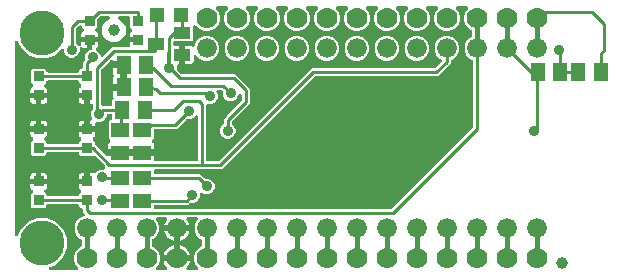
<source format=gbr>
G04 EAGLE Gerber RS-274X export*
G75*
%MOMM*%
%FSLAX34Y34*%
%LPD*%
%INTop Copper*%
%IPPOS*%
%AMOC8*
5,1,8,0,0,1.08239X$1,22.5*%
G01*
%ADD10C,1.000000*%
%ADD11R,1.500000X1.240000*%
%ADD12R,1.240000X1.500000*%
%ADD13C,3.810000*%
%ADD14C,1.778000*%
%ADD15R,0.900000X0.900000*%
%ADD16C,1.676400*%
%ADD17R,1.400000X1.000000*%
%ADD18R,1.200000X1.300000*%
%ADD19C,0.254000*%
%ADD20C,0.906400*%
%ADD21C,0.406400*%

G36*
X320707Y54117D02*
X320707Y54117D01*
X320833Y54124D01*
X320879Y54137D01*
X320927Y54143D01*
X321046Y54185D01*
X321168Y54220D01*
X321210Y54244D01*
X321255Y54260D01*
X321362Y54329D01*
X321472Y54390D01*
X321518Y54430D01*
X321548Y54449D01*
X321582Y54484D01*
X321658Y54549D01*
X389951Y122842D01*
X390030Y122941D01*
X390114Y123035D01*
X390138Y123077D01*
X390168Y123115D01*
X390222Y123229D01*
X390283Y123340D01*
X390296Y123386D01*
X390317Y123430D01*
X390343Y123553D01*
X390378Y123675D01*
X390383Y123736D01*
X390390Y123771D01*
X390389Y123819D01*
X390397Y123919D01*
X390397Y179577D01*
X390389Y179653D01*
X390390Y179730D01*
X390369Y179826D01*
X390357Y179924D01*
X390332Y179996D01*
X390315Y180070D01*
X390273Y180159D01*
X390240Y180252D01*
X390198Y180316D01*
X390166Y180385D01*
X390104Y180462D01*
X390051Y180545D01*
X389996Y180598D01*
X389948Y180657D01*
X389871Y180718D01*
X389800Y180787D01*
X389735Y180826D01*
X389675Y180873D01*
X389541Y180942D01*
X389501Y180966D01*
X389483Y180971D01*
X389457Y180985D01*
X387800Y181671D01*
X384871Y184600D01*
X383285Y188428D01*
X383285Y192572D01*
X384871Y196400D01*
X387800Y199329D01*
X388695Y199700D01*
X388762Y199737D01*
X388833Y199765D01*
X388913Y199821D01*
X389000Y199869D01*
X389056Y199920D01*
X389119Y199964D01*
X389185Y200037D01*
X389258Y200103D01*
X389301Y200166D01*
X389352Y200223D01*
X389400Y200309D01*
X389456Y200390D01*
X389484Y200461D01*
X389521Y200528D01*
X389548Y200623D01*
X389584Y200714D01*
X389595Y200790D01*
X389616Y200863D01*
X389628Y201012D01*
X389635Y201059D01*
X389633Y201078D01*
X389635Y201107D01*
X389635Y204743D01*
X389627Y204819D01*
X389628Y204896D01*
X389607Y204992D01*
X389595Y205089D01*
X389570Y205161D01*
X389553Y205236D01*
X389511Y205325D01*
X389478Y205418D01*
X389436Y205482D01*
X389404Y205551D01*
X389342Y205628D01*
X389289Y205710D01*
X389234Y205763D01*
X389186Y205823D01*
X389109Y205884D01*
X389038Y205953D01*
X388973Y205992D01*
X388913Y206039D01*
X388780Y206107D01*
X388739Y206131D01*
X388721Y206137D01*
X388695Y206151D01*
X387513Y206640D01*
X384440Y209713D01*
X382777Y213727D01*
X382777Y218073D01*
X384440Y222087D01*
X385812Y223459D01*
X385874Y223538D01*
X385944Y223610D01*
X385982Y223674D01*
X386028Y223732D01*
X386071Y223823D01*
X386123Y223909D01*
X386146Y223980D01*
X386177Y224047D01*
X386199Y224145D01*
X386229Y224241D01*
X386235Y224315D01*
X386251Y224388D01*
X386249Y224488D01*
X386257Y224588D01*
X386246Y224662D01*
X386245Y224736D01*
X386220Y224833D01*
X386205Y224933D01*
X386178Y225002D01*
X386160Y225074D01*
X386114Y225163D01*
X386077Y225257D01*
X386034Y225318D01*
X386000Y225384D01*
X385935Y225460D01*
X385878Y225543D01*
X385823Y225593D01*
X385774Y225649D01*
X385694Y225709D01*
X385619Y225776D01*
X385554Y225812D01*
X385494Y225857D01*
X385402Y225896D01*
X385314Y225945D01*
X385242Y225965D01*
X385174Y225995D01*
X385075Y226012D01*
X384979Y226040D01*
X384879Y226048D01*
X384831Y226056D01*
X384795Y226054D01*
X384735Y226059D01*
X377265Y226059D01*
X377165Y226048D01*
X377065Y226046D01*
X376993Y226028D01*
X376919Y226019D01*
X376825Y225986D01*
X376727Y225961D01*
X376661Y225927D01*
X376591Y225902D01*
X376507Y225847D01*
X376417Y225801D01*
X376361Y225753D01*
X376298Y225713D01*
X376228Y225641D01*
X376152Y225576D01*
X376108Y225516D01*
X376056Y225462D01*
X376004Y225376D01*
X375945Y225295D01*
X375915Y225227D01*
X375877Y225163D01*
X375846Y225067D01*
X375807Y224975D01*
X375794Y224902D01*
X375771Y224831D01*
X375763Y224731D01*
X375745Y224632D01*
X375749Y224558D01*
X375743Y224484D01*
X375758Y224384D01*
X375763Y224284D01*
X375784Y224213D01*
X375795Y224139D01*
X375832Y224046D01*
X375859Y223949D01*
X375896Y223884D01*
X375923Y223815D01*
X375981Y223733D01*
X376030Y223645D01*
X376095Y223569D01*
X376122Y223529D01*
X376149Y223505D01*
X376188Y223459D01*
X377560Y222087D01*
X379223Y218073D01*
X379223Y213727D01*
X377560Y209713D01*
X374487Y206640D01*
X370473Y204977D01*
X366127Y204977D01*
X362113Y206640D01*
X359040Y209713D01*
X357377Y213727D01*
X357377Y218073D01*
X359040Y222087D01*
X360412Y223459D01*
X360474Y223538D01*
X360544Y223610D01*
X360582Y223674D01*
X360628Y223732D01*
X360671Y223823D01*
X360723Y223909D01*
X360746Y223980D01*
X360777Y224047D01*
X360799Y224145D01*
X360829Y224241D01*
X360835Y224315D01*
X360851Y224388D01*
X360849Y224488D01*
X360857Y224588D01*
X360846Y224662D01*
X360845Y224736D01*
X360820Y224833D01*
X360805Y224933D01*
X360778Y225002D01*
X360760Y225074D01*
X360714Y225163D01*
X360677Y225257D01*
X360634Y225318D01*
X360600Y225384D01*
X360535Y225460D01*
X360478Y225543D01*
X360423Y225593D01*
X360374Y225649D01*
X360294Y225709D01*
X360219Y225776D01*
X360154Y225812D01*
X360094Y225857D01*
X360002Y225896D01*
X359914Y225945D01*
X359842Y225965D01*
X359774Y225995D01*
X359675Y226012D01*
X359579Y226040D01*
X359479Y226048D01*
X359431Y226056D01*
X359395Y226054D01*
X359335Y226059D01*
X351865Y226059D01*
X351765Y226048D01*
X351665Y226046D01*
X351593Y226028D01*
X351519Y226019D01*
X351425Y225986D01*
X351327Y225961D01*
X351261Y225927D01*
X351191Y225902D01*
X351107Y225847D01*
X351017Y225801D01*
X350961Y225753D01*
X350898Y225713D01*
X350828Y225641D01*
X350752Y225576D01*
X350708Y225516D01*
X350656Y225462D01*
X350604Y225376D01*
X350545Y225295D01*
X350515Y225227D01*
X350477Y225163D01*
X350446Y225067D01*
X350407Y224975D01*
X350394Y224902D01*
X350371Y224831D01*
X350363Y224731D01*
X350345Y224632D01*
X350349Y224558D01*
X350343Y224484D01*
X350358Y224384D01*
X350363Y224284D01*
X350384Y224213D01*
X350395Y224139D01*
X350432Y224046D01*
X350459Y223949D01*
X350496Y223884D01*
X350523Y223815D01*
X350581Y223733D01*
X350630Y223645D01*
X350695Y223569D01*
X350722Y223529D01*
X350749Y223505D01*
X350788Y223459D01*
X352160Y222087D01*
X353823Y218073D01*
X353823Y213727D01*
X352160Y209713D01*
X349087Y206640D01*
X345073Y204977D01*
X340727Y204977D01*
X336713Y206640D01*
X333640Y209713D01*
X331977Y213727D01*
X331977Y218073D01*
X333640Y222087D01*
X335012Y223459D01*
X335074Y223538D01*
X335144Y223610D01*
X335182Y223674D01*
X335228Y223732D01*
X335271Y223823D01*
X335323Y223909D01*
X335346Y223980D01*
X335377Y224047D01*
X335399Y224145D01*
X335429Y224241D01*
X335435Y224315D01*
X335451Y224388D01*
X335449Y224488D01*
X335457Y224588D01*
X335446Y224662D01*
X335445Y224736D01*
X335420Y224833D01*
X335405Y224933D01*
X335378Y225002D01*
X335360Y225074D01*
X335314Y225163D01*
X335277Y225257D01*
X335234Y225318D01*
X335200Y225384D01*
X335135Y225460D01*
X335078Y225543D01*
X335023Y225593D01*
X334974Y225649D01*
X334894Y225709D01*
X334819Y225776D01*
X334754Y225812D01*
X334694Y225857D01*
X334602Y225896D01*
X334514Y225945D01*
X334442Y225965D01*
X334374Y225995D01*
X334275Y226012D01*
X334179Y226040D01*
X334079Y226048D01*
X334031Y226056D01*
X333995Y226054D01*
X333935Y226059D01*
X326465Y226059D01*
X326365Y226048D01*
X326265Y226046D01*
X326193Y226028D01*
X326119Y226019D01*
X326025Y225986D01*
X325927Y225961D01*
X325861Y225927D01*
X325791Y225902D01*
X325707Y225847D01*
X325617Y225801D01*
X325561Y225753D01*
X325498Y225713D01*
X325428Y225641D01*
X325352Y225576D01*
X325308Y225516D01*
X325256Y225462D01*
X325204Y225376D01*
X325145Y225295D01*
X325115Y225227D01*
X325077Y225163D01*
X325046Y225067D01*
X325007Y224975D01*
X324994Y224902D01*
X324971Y224831D01*
X324963Y224731D01*
X324945Y224632D01*
X324949Y224558D01*
X324943Y224484D01*
X324958Y224384D01*
X324963Y224284D01*
X324984Y224213D01*
X324995Y224139D01*
X325032Y224046D01*
X325059Y223949D01*
X325096Y223884D01*
X325123Y223815D01*
X325181Y223733D01*
X325230Y223645D01*
X325295Y223569D01*
X325322Y223529D01*
X325349Y223505D01*
X325388Y223459D01*
X326760Y222087D01*
X328423Y218073D01*
X328423Y213727D01*
X326760Y209713D01*
X323687Y206640D01*
X319673Y204977D01*
X315327Y204977D01*
X311313Y206640D01*
X308240Y209713D01*
X306577Y213727D01*
X306577Y218073D01*
X308240Y222087D01*
X309612Y223459D01*
X309674Y223538D01*
X309744Y223610D01*
X309782Y223674D01*
X309828Y223732D01*
X309871Y223823D01*
X309923Y223909D01*
X309946Y223980D01*
X309977Y224047D01*
X309999Y224145D01*
X310029Y224241D01*
X310035Y224315D01*
X310051Y224388D01*
X310049Y224488D01*
X310057Y224588D01*
X310046Y224662D01*
X310045Y224736D01*
X310020Y224833D01*
X310005Y224933D01*
X309978Y225002D01*
X309960Y225074D01*
X309914Y225163D01*
X309877Y225257D01*
X309834Y225318D01*
X309800Y225384D01*
X309735Y225460D01*
X309678Y225543D01*
X309623Y225593D01*
X309574Y225649D01*
X309494Y225709D01*
X309419Y225776D01*
X309354Y225812D01*
X309294Y225857D01*
X309202Y225896D01*
X309114Y225945D01*
X309042Y225965D01*
X308974Y225995D01*
X308875Y226012D01*
X308779Y226040D01*
X308679Y226048D01*
X308631Y226056D01*
X308595Y226054D01*
X308535Y226059D01*
X301065Y226059D01*
X300965Y226048D01*
X300865Y226046D01*
X300793Y226028D01*
X300719Y226019D01*
X300625Y225986D01*
X300527Y225961D01*
X300461Y225927D01*
X300391Y225902D01*
X300307Y225847D01*
X300217Y225801D01*
X300161Y225753D01*
X300098Y225713D01*
X300028Y225641D01*
X299952Y225576D01*
X299908Y225516D01*
X299856Y225462D01*
X299804Y225376D01*
X299745Y225295D01*
X299715Y225227D01*
X299677Y225163D01*
X299646Y225067D01*
X299607Y224975D01*
X299594Y224902D01*
X299571Y224831D01*
X299563Y224731D01*
X299545Y224632D01*
X299549Y224558D01*
X299543Y224484D01*
X299558Y224384D01*
X299563Y224284D01*
X299584Y224213D01*
X299595Y224139D01*
X299632Y224046D01*
X299659Y223949D01*
X299696Y223884D01*
X299723Y223815D01*
X299781Y223733D01*
X299830Y223645D01*
X299895Y223569D01*
X299922Y223529D01*
X299949Y223505D01*
X299988Y223459D01*
X301360Y222087D01*
X303023Y218073D01*
X303023Y213727D01*
X301360Y209713D01*
X298287Y206640D01*
X294273Y204977D01*
X289927Y204977D01*
X285913Y206640D01*
X282840Y209713D01*
X281177Y213727D01*
X281177Y218073D01*
X282840Y222087D01*
X284212Y223459D01*
X284274Y223538D01*
X284344Y223610D01*
X284382Y223674D01*
X284428Y223732D01*
X284471Y223823D01*
X284523Y223909D01*
X284546Y223980D01*
X284577Y224047D01*
X284599Y224145D01*
X284629Y224241D01*
X284635Y224315D01*
X284651Y224388D01*
X284649Y224488D01*
X284657Y224588D01*
X284646Y224662D01*
X284645Y224736D01*
X284620Y224833D01*
X284605Y224933D01*
X284578Y225002D01*
X284560Y225074D01*
X284514Y225163D01*
X284477Y225257D01*
X284434Y225318D01*
X284400Y225384D01*
X284335Y225460D01*
X284278Y225543D01*
X284223Y225593D01*
X284174Y225649D01*
X284094Y225709D01*
X284019Y225776D01*
X283954Y225812D01*
X283894Y225857D01*
X283802Y225896D01*
X283714Y225945D01*
X283642Y225965D01*
X283574Y225995D01*
X283475Y226012D01*
X283379Y226040D01*
X283279Y226048D01*
X283231Y226056D01*
X283195Y226054D01*
X283135Y226059D01*
X275665Y226059D01*
X275565Y226048D01*
X275465Y226046D01*
X275393Y226028D01*
X275319Y226019D01*
X275225Y225986D01*
X275127Y225961D01*
X275061Y225927D01*
X274991Y225902D01*
X274907Y225847D01*
X274817Y225801D01*
X274761Y225753D01*
X274698Y225713D01*
X274628Y225641D01*
X274552Y225576D01*
X274508Y225516D01*
X274456Y225462D01*
X274404Y225376D01*
X274345Y225295D01*
X274315Y225227D01*
X274277Y225163D01*
X274246Y225067D01*
X274207Y224975D01*
X274194Y224902D01*
X274171Y224831D01*
X274163Y224731D01*
X274145Y224632D01*
X274149Y224558D01*
X274143Y224484D01*
X274158Y224384D01*
X274163Y224284D01*
X274184Y224213D01*
X274195Y224139D01*
X274232Y224046D01*
X274259Y223949D01*
X274296Y223884D01*
X274323Y223815D01*
X274381Y223733D01*
X274430Y223645D01*
X274495Y223569D01*
X274522Y223529D01*
X274549Y223505D01*
X274588Y223459D01*
X275960Y222087D01*
X277623Y218073D01*
X277623Y213727D01*
X275960Y209713D01*
X272887Y206640D01*
X268873Y204977D01*
X264527Y204977D01*
X260513Y206640D01*
X257440Y209713D01*
X255777Y213727D01*
X255777Y218073D01*
X257440Y222087D01*
X258812Y223459D01*
X258874Y223538D01*
X258944Y223610D01*
X258982Y223674D01*
X259028Y223732D01*
X259071Y223823D01*
X259123Y223909D01*
X259146Y223980D01*
X259177Y224047D01*
X259199Y224145D01*
X259229Y224241D01*
X259235Y224315D01*
X259251Y224388D01*
X259249Y224488D01*
X259257Y224588D01*
X259246Y224662D01*
X259245Y224736D01*
X259220Y224833D01*
X259205Y224933D01*
X259178Y225002D01*
X259160Y225074D01*
X259114Y225163D01*
X259077Y225257D01*
X259034Y225318D01*
X259000Y225384D01*
X258935Y225460D01*
X258878Y225543D01*
X258823Y225593D01*
X258774Y225649D01*
X258694Y225709D01*
X258619Y225776D01*
X258554Y225812D01*
X258494Y225857D01*
X258402Y225896D01*
X258314Y225945D01*
X258242Y225965D01*
X258174Y225995D01*
X258075Y226012D01*
X257979Y226040D01*
X257879Y226048D01*
X257831Y226056D01*
X257795Y226054D01*
X257735Y226059D01*
X250265Y226059D01*
X250165Y226048D01*
X250065Y226046D01*
X249993Y226028D01*
X249919Y226019D01*
X249825Y225986D01*
X249727Y225961D01*
X249661Y225927D01*
X249591Y225902D01*
X249507Y225847D01*
X249417Y225801D01*
X249361Y225753D01*
X249298Y225713D01*
X249228Y225641D01*
X249152Y225576D01*
X249108Y225516D01*
X249056Y225462D01*
X249004Y225376D01*
X248945Y225295D01*
X248915Y225227D01*
X248877Y225163D01*
X248846Y225067D01*
X248807Y224975D01*
X248794Y224902D01*
X248771Y224831D01*
X248763Y224731D01*
X248745Y224632D01*
X248749Y224558D01*
X248743Y224484D01*
X248758Y224384D01*
X248763Y224284D01*
X248784Y224213D01*
X248795Y224139D01*
X248832Y224046D01*
X248859Y223949D01*
X248896Y223884D01*
X248923Y223815D01*
X248981Y223733D01*
X249030Y223645D01*
X249095Y223569D01*
X249122Y223529D01*
X249149Y223505D01*
X249188Y223459D01*
X250560Y222087D01*
X252223Y218073D01*
X252223Y213727D01*
X250560Y209713D01*
X247487Y206640D01*
X243473Y204977D01*
X239127Y204977D01*
X235113Y206640D01*
X232040Y209713D01*
X230377Y213727D01*
X230377Y218073D01*
X232040Y222087D01*
X233412Y223459D01*
X233474Y223538D01*
X233544Y223610D01*
X233582Y223674D01*
X233628Y223732D01*
X233671Y223823D01*
X233723Y223909D01*
X233746Y223980D01*
X233777Y224047D01*
X233799Y224145D01*
X233829Y224241D01*
X233835Y224315D01*
X233851Y224388D01*
X233849Y224488D01*
X233857Y224588D01*
X233846Y224662D01*
X233845Y224736D01*
X233820Y224833D01*
X233805Y224933D01*
X233778Y225002D01*
X233760Y225074D01*
X233714Y225163D01*
X233677Y225257D01*
X233634Y225318D01*
X233600Y225384D01*
X233535Y225460D01*
X233478Y225543D01*
X233423Y225593D01*
X233374Y225649D01*
X233294Y225709D01*
X233219Y225776D01*
X233154Y225812D01*
X233094Y225857D01*
X233002Y225896D01*
X232914Y225945D01*
X232842Y225965D01*
X232774Y225995D01*
X232675Y226012D01*
X232579Y226040D01*
X232479Y226048D01*
X232431Y226056D01*
X232395Y226054D01*
X232335Y226059D01*
X224865Y226059D01*
X224765Y226048D01*
X224665Y226046D01*
X224593Y226028D01*
X224519Y226019D01*
X224425Y225986D01*
X224327Y225961D01*
X224261Y225927D01*
X224191Y225902D01*
X224107Y225847D01*
X224017Y225801D01*
X223961Y225753D01*
X223898Y225713D01*
X223828Y225641D01*
X223752Y225576D01*
X223708Y225516D01*
X223656Y225462D01*
X223604Y225376D01*
X223545Y225295D01*
X223515Y225227D01*
X223477Y225163D01*
X223446Y225067D01*
X223407Y224975D01*
X223394Y224902D01*
X223371Y224831D01*
X223363Y224731D01*
X223345Y224632D01*
X223349Y224558D01*
X223343Y224484D01*
X223358Y224384D01*
X223363Y224284D01*
X223384Y224213D01*
X223395Y224139D01*
X223432Y224046D01*
X223459Y223949D01*
X223496Y223884D01*
X223523Y223815D01*
X223581Y223733D01*
X223630Y223645D01*
X223695Y223569D01*
X223722Y223529D01*
X223749Y223505D01*
X223788Y223459D01*
X225160Y222087D01*
X226823Y218073D01*
X226823Y213727D01*
X225160Y209713D01*
X222087Y206640D01*
X218073Y204977D01*
X213727Y204977D01*
X209713Y206640D01*
X206640Y209713D01*
X204977Y213727D01*
X204977Y218073D01*
X206640Y222087D01*
X208012Y223459D01*
X208074Y223538D01*
X208144Y223610D01*
X208182Y223674D01*
X208228Y223732D01*
X208271Y223823D01*
X208323Y223909D01*
X208346Y223980D01*
X208377Y224047D01*
X208399Y224145D01*
X208429Y224241D01*
X208435Y224315D01*
X208451Y224388D01*
X208449Y224488D01*
X208457Y224588D01*
X208446Y224662D01*
X208445Y224736D01*
X208420Y224833D01*
X208405Y224933D01*
X208378Y225002D01*
X208360Y225074D01*
X208314Y225163D01*
X208277Y225257D01*
X208234Y225318D01*
X208200Y225384D01*
X208135Y225460D01*
X208078Y225543D01*
X208023Y225593D01*
X207974Y225649D01*
X207894Y225709D01*
X207819Y225776D01*
X207754Y225812D01*
X207694Y225857D01*
X207602Y225896D01*
X207514Y225945D01*
X207442Y225965D01*
X207374Y225995D01*
X207275Y226012D01*
X207179Y226040D01*
X207079Y226048D01*
X207031Y226056D01*
X206995Y226054D01*
X206935Y226059D01*
X199465Y226059D01*
X199365Y226048D01*
X199265Y226046D01*
X199193Y226028D01*
X199119Y226019D01*
X199025Y225986D01*
X198927Y225961D01*
X198861Y225927D01*
X198791Y225902D01*
X198707Y225847D01*
X198617Y225801D01*
X198561Y225753D01*
X198498Y225713D01*
X198428Y225641D01*
X198352Y225576D01*
X198308Y225516D01*
X198256Y225462D01*
X198204Y225376D01*
X198145Y225295D01*
X198115Y225227D01*
X198077Y225163D01*
X198046Y225067D01*
X198007Y224975D01*
X197994Y224902D01*
X197971Y224831D01*
X197963Y224731D01*
X197945Y224632D01*
X197949Y224558D01*
X197943Y224484D01*
X197958Y224384D01*
X197963Y224284D01*
X197984Y224213D01*
X197995Y224139D01*
X198032Y224046D01*
X198059Y223949D01*
X198096Y223884D01*
X198123Y223815D01*
X198181Y223733D01*
X198230Y223645D01*
X198295Y223569D01*
X198322Y223529D01*
X198349Y223505D01*
X198388Y223459D01*
X199760Y222087D01*
X201423Y218073D01*
X201423Y213727D01*
X199760Y209713D01*
X196687Y206640D01*
X192673Y204977D01*
X188327Y204977D01*
X184313Y206640D01*
X181240Y209713D01*
X179577Y213727D01*
X179577Y218073D01*
X181240Y222087D01*
X182612Y223459D01*
X182674Y223538D01*
X182744Y223610D01*
X182782Y223674D01*
X182828Y223732D01*
X182871Y223823D01*
X182923Y223909D01*
X182946Y223980D01*
X182977Y224047D01*
X182999Y224145D01*
X183029Y224241D01*
X183035Y224315D01*
X183051Y224388D01*
X183049Y224488D01*
X183057Y224588D01*
X183046Y224662D01*
X183045Y224736D01*
X183020Y224833D01*
X183005Y224933D01*
X182978Y225002D01*
X182960Y225074D01*
X182914Y225163D01*
X182877Y225257D01*
X182834Y225318D01*
X182800Y225384D01*
X182735Y225460D01*
X182678Y225543D01*
X182623Y225593D01*
X182574Y225649D01*
X182494Y225709D01*
X182419Y225776D01*
X182354Y225812D01*
X182294Y225857D01*
X182202Y225896D01*
X182114Y225945D01*
X182042Y225965D01*
X181974Y225995D01*
X181875Y226012D01*
X181779Y226040D01*
X181679Y226048D01*
X181631Y226056D01*
X181595Y226054D01*
X181535Y226059D01*
X174065Y226059D01*
X173965Y226048D01*
X173865Y226046D01*
X173793Y226028D01*
X173719Y226019D01*
X173625Y225986D01*
X173527Y225961D01*
X173461Y225927D01*
X173391Y225902D01*
X173307Y225847D01*
X173217Y225801D01*
X173161Y225753D01*
X173098Y225713D01*
X173028Y225641D01*
X172952Y225576D01*
X172908Y225516D01*
X172856Y225462D01*
X172804Y225376D01*
X172745Y225295D01*
X172715Y225227D01*
X172677Y225163D01*
X172646Y225067D01*
X172607Y224975D01*
X172594Y224902D01*
X172571Y224831D01*
X172563Y224731D01*
X172545Y224632D01*
X172549Y224558D01*
X172543Y224484D01*
X172558Y224384D01*
X172563Y224284D01*
X172584Y224213D01*
X172595Y224139D01*
X172632Y224046D01*
X172659Y223949D01*
X172696Y223884D01*
X172723Y223815D01*
X172781Y223733D01*
X172830Y223645D01*
X172895Y223569D01*
X172922Y223529D01*
X172949Y223505D01*
X172988Y223459D01*
X174360Y222087D01*
X176023Y218073D01*
X176023Y213727D01*
X174360Y209713D01*
X171287Y206640D01*
X167273Y204977D01*
X162927Y204977D01*
X158913Y206640D01*
X155983Y209570D01*
X155905Y209632D01*
X155832Y209702D01*
X155768Y209740D01*
X155710Y209786D01*
X155619Y209829D01*
X155533Y209881D01*
X155462Y209904D01*
X155395Y209935D01*
X155297Y209957D01*
X155201Y209987D01*
X155127Y209993D01*
X155054Y210009D01*
X154954Y210007D01*
X154854Y210015D01*
X154780Y210004D01*
X154706Y210003D01*
X154609Y209978D01*
X154509Y209963D01*
X154440Y209936D01*
X154368Y209918D01*
X154279Y209872D01*
X154185Y209835D01*
X154124Y209792D01*
X154058Y209758D01*
X153982Y209693D01*
X153899Y209636D01*
X153849Y209581D01*
X153793Y209532D01*
X153733Y209452D01*
X153666Y209377D01*
X153630Y209312D01*
X153585Y209252D01*
X153546Y209160D01*
X153497Y209072D01*
X153477Y209000D01*
X153447Y208932D01*
X153430Y208833D01*
X153402Y208737D01*
X153394Y208637D01*
X153386Y208589D01*
X153388Y208553D01*
X153383Y208493D01*
X153383Y197968D01*
X152192Y196777D01*
X138176Y196777D01*
X138150Y196774D01*
X138124Y196776D01*
X137977Y196754D01*
X137830Y196737D01*
X137805Y196729D01*
X137779Y196725D01*
X137641Y196670D01*
X137502Y196620D01*
X137480Y196606D01*
X137455Y196596D01*
X137334Y196511D01*
X137209Y196431D01*
X137191Y196412D01*
X137169Y196397D01*
X137070Y196287D01*
X136967Y196180D01*
X136953Y196158D01*
X136936Y196138D01*
X136864Y196008D01*
X136788Y195881D01*
X136780Y195856D01*
X136767Y195833D01*
X136727Y195690D01*
X136682Y195549D01*
X136680Y195523D01*
X136672Y195498D01*
X136653Y195254D01*
X136653Y193874D01*
X136656Y193848D01*
X136654Y193822D01*
X136676Y193675D01*
X136693Y193528D01*
X136701Y193503D01*
X136705Y193477D01*
X136760Y193339D01*
X136810Y193200D01*
X136824Y193178D01*
X136834Y193153D01*
X136919Y193032D01*
X136999Y192907D01*
X137018Y192889D01*
X137033Y192867D01*
X137143Y192768D01*
X137250Y192665D01*
X137272Y192651D01*
X137292Y192634D01*
X137422Y192562D01*
X137549Y192486D01*
X137574Y192478D01*
X137597Y192465D01*
X137740Y192425D01*
X137881Y192380D01*
X137907Y192378D01*
X137932Y192370D01*
X138176Y192351D01*
X141851Y192351D01*
X141851Y185786D01*
X141854Y185760D01*
X141852Y185734D01*
X141874Y185587D01*
X141891Y185440D01*
X141899Y185415D01*
X141903Y185389D01*
X141958Y185252D01*
X142008Y185112D01*
X142022Y185090D01*
X142032Y185065D01*
X142117Y184944D01*
X142197Y184819D01*
X142210Y184807D01*
X142165Y184760D01*
X142151Y184737D01*
X142134Y184718D01*
X142062Y184588D01*
X141986Y184461D01*
X141978Y184436D01*
X141965Y184413D01*
X141925Y184270D01*
X141880Y184129D01*
X141877Y184103D01*
X141870Y184078D01*
X141851Y183834D01*
X141851Y177269D01*
X141377Y177269D01*
X141228Y177252D01*
X141078Y177240D01*
X141055Y177232D01*
X141031Y177229D01*
X140889Y177179D01*
X140746Y177132D01*
X140725Y177120D01*
X140703Y177112D01*
X140576Y177030D01*
X140447Y176953D01*
X140430Y176936D01*
X140410Y176923D01*
X140305Y176814D01*
X140197Y176710D01*
X140184Y176690D01*
X140168Y176672D01*
X140090Y176543D01*
X140009Y176416D01*
X140001Y176394D01*
X139989Y176373D01*
X139943Y176230D01*
X139893Y176088D01*
X139890Y176064D01*
X139883Y176041D01*
X139871Y175892D01*
X139854Y175742D01*
X139857Y175718D01*
X139855Y175694D01*
X139877Y175545D01*
X139895Y175396D01*
X139903Y175368D01*
X139906Y175349D01*
X139915Y175328D01*
X139915Y172727D01*
X139929Y172601D01*
X139936Y172475D01*
X139949Y172429D01*
X139955Y172381D01*
X139997Y172262D01*
X140032Y172140D01*
X140056Y172098D01*
X140072Y172053D01*
X140141Y171946D01*
X140202Y171836D01*
X140242Y171790D01*
X140261Y171760D01*
X140296Y171726D01*
X140361Y171650D01*
X143162Y168849D01*
X143261Y168770D01*
X143355Y168686D01*
X143397Y168662D01*
X143435Y168632D01*
X143549Y168578D01*
X143660Y168517D01*
X143706Y168504D01*
X143750Y168483D01*
X143873Y168457D01*
X143995Y168422D01*
X144056Y168417D01*
X144091Y168410D01*
X144139Y168411D01*
X144239Y168403D01*
X189328Y168403D01*
X201423Y156308D01*
X201423Y143412D01*
X186629Y128618D01*
X186550Y128519D01*
X186466Y128425D01*
X186442Y128383D01*
X186412Y128345D01*
X186358Y128231D01*
X186297Y128120D01*
X186284Y128074D01*
X186263Y128030D01*
X186237Y127907D01*
X186202Y127785D01*
X186197Y127724D01*
X186190Y127689D01*
X186191Y127641D01*
X186183Y127541D01*
X186183Y127262D01*
X186197Y127137D01*
X186204Y127010D01*
X186217Y126964D01*
X186223Y126916D01*
X186265Y126797D01*
X186300Y126676D01*
X186324Y126633D01*
X186340Y126588D01*
X186409Y126482D01*
X186470Y126371D01*
X186510Y126325D01*
X186529Y126295D01*
X186564Y126262D01*
X186629Y126185D01*
X188445Y124369D01*
X189445Y121956D01*
X189445Y119344D01*
X188445Y116931D01*
X186599Y115085D01*
X184186Y114085D01*
X181574Y114085D01*
X179161Y115085D01*
X177315Y116931D01*
X176315Y119344D01*
X176315Y121956D01*
X177315Y124369D01*
X179131Y126185D01*
X179210Y126284D01*
X179294Y126378D01*
X179318Y126420D01*
X179348Y126458D01*
X179402Y126572D01*
X179463Y126683D01*
X179476Y126730D01*
X179497Y126773D01*
X179523Y126897D01*
X179558Y127018D01*
X179563Y127079D01*
X179570Y127114D01*
X179569Y127162D01*
X179577Y127262D01*
X179577Y130908D01*
X181958Y133289D01*
X194371Y145702D01*
X194450Y145801D01*
X194534Y145895D01*
X194558Y145937D01*
X194588Y145975D01*
X194642Y146089D01*
X194703Y146200D01*
X194716Y146246D01*
X194737Y146290D01*
X194763Y146413D01*
X194798Y146535D01*
X194803Y146596D01*
X194810Y146631D01*
X194809Y146679D01*
X194817Y146779D01*
X194817Y150275D01*
X194812Y150325D01*
X194814Y150375D01*
X194792Y150497D01*
X194777Y150621D01*
X194760Y150668D01*
X194751Y150718D01*
X194702Y150832D01*
X194660Y150949D01*
X194633Y150991D01*
X194613Y151037D01*
X194538Y151137D01*
X194471Y151242D01*
X194435Y151277D01*
X194405Y151317D01*
X194310Y151397D01*
X194220Y151484D01*
X194177Y151510D01*
X194139Y151542D01*
X194028Y151599D01*
X193921Y151663D01*
X193873Y151678D01*
X193828Y151701D01*
X193708Y151731D01*
X193589Y151769D01*
X193539Y151773D01*
X193490Y151785D01*
X193366Y151787D01*
X193242Y151797D01*
X193192Y151790D01*
X193142Y151790D01*
X193020Y151764D01*
X192897Y151745D01*
X192850Y151727D01*
X192801Y151716D01*
X192689Y151663D01*
X192573Y151617D01*
X192532Y151588D01*
X192486Y151566D01*
X192389Y151489D01*
X192287Y151418D01*
X192253Y151380D01*
X192214Y151349D01*
X192137Y151251D01*
X192054Y151159D01*
X192029Y151115D01*
X191998Y151075D01*
X191887Y150858D01*
X190985Y148681D01*
X189139Y146835D01*
X186726Y145835D01*
X184114Y145835D01*
X181701Y146835D01*
X179855Y148681D01*
X178855Y151094D01*
X178855Y153663D01*
X178841Y153789D01*
X178834Y153915D01*
X178821Y153961D01*
X178815Y154009D01*
X178773Y154128D01*
X178738Y154250D01*
X178714Y154292D01*
X178698Y154337D01*
X178629Y154444D01*
X178568Y154554D01*
X178528Y154600D01*
X178509Y154630D01*
X178474Y154664D01*
X178409Y154740D01*
X178148Y155001D01*
X178049Y155080D01*
X177955Y155164D01*
X177913Y155188D01*
X177875Y155218D01*
X177761Y155272D01*
X177650Y155333D01*
X177604Y155346D01*
X177560Y155367D01*
X177437Y155393D01*
X177315Y155428D01*
X177254Y155433D01*
X177219Y155440D01*
X177171Y155439D01*
X177071Y155447D01*
X174711Y155447D01*
X174562Y155430D01*
X174412Y155418D01*
X174389Y155410D01*
X174365Y155407D01*
X174224Y155357D01*
X174080Y155311D01*
X174059Y155298D01*
X174037Y155290D01*
X173910Y155208D01*
X173782Y155131D01*
X173764Y155114D01*
X173744Y155101D01*
X173639Y154993D01*
X173532Y154888D01*
X173518Y154868D01*
X173502Y154850D01*
X173424Y154721D01*
X173343Y154595D01*
X173335Y154572D01*
X173323Y154551D01*
X173277Y154408D01*
X173227Y154266D01*
X173224Y154242D01*
X173217Y154219D01*
X173205Y154070D01*
X173188Y153920D01*
X173191Y153896D01*
X173189Y153872D01*
X173211Y153723D01*
X173229Y153574D01*
X173237Y153546D01*
X173240Y153527D01*
X173258Y153483D01*
X173304Y153341D01*
X174205Y151166D01*
X174205Y148554D01*
X173205Y146141D01*
X171359Y144295D01*
X168946Y143295D01*
X166116Y143295D01*
X166090Y143292D01*
X166064Y143294D01*
X165917Y143272D01*
X165770Y143255D01*
X165745Y143247D01*
X165719Y143243D01*
X165581Y143188D01*
X165442Y143138D01*
X165420Y143124D01*
X165395Y143114D01*
X165274Y143029D01*
X165149Y142949D01*
X165131Y142930D01*
X165109Y142915D01*
X165010Y142805D01*
X164907Y142698D01*
X164893Y142676D01*
X164876Y142656D01*
X164804Y142526D01*
X164728Y142399D01*
X164720Y142374D01*
X164707Y142351D01*
X164667Y142208D01*
X164622Y142067D01*
X164620Y142041D01*
X164612Y142016D01*
X164593Y141772D01*
X164593Y96266D01*
X164596Y96240D01*
X164594Y96214D01*
X164616Y96067D01*
X164633Y95920D01*
X164641Y95895D01*
X164645Y95869D01*
X164700Y95731D01*
X164750Y95592D01*
X164764Y95570D01*
X164774Y95545D01*
X164859Y95424D01*
X164939Y95299D01*
X164958Y95281D01*
X164973Y95259D01*
X165083Y95160D01*
X165190Y95057D01*
X165212Y95043D01*
X165232Y95026D01*
X165362Y94954D01*
X165489Y94878D01*
X165514Y94870D01*
X165537Y94857D01*
X165680Y94817D01*
X165821Y94772D01*
X165847Y94770D01*
X165872Y94762D01*
X166116Y94743D01*
X174531Y94743D01*
X174657Y94757D01*
X174783Y94764D01*
X174829Y94777D01*
X174877Y94783D01*
X174996Y94825D01*
X175118Y94860D01*
X175160Y94884D01*
X175205Y94900D01*
X175312Y94969D01*
X175422Y95030D01*
X175468Y95070D01*
X175498Y95089D01*
X175532Y95124D01*
X175608Y95189D01*
X253902Y173483D01*
X357411Y173483D01*
X357537Y173497D01*
X357663Y173504D01*
X357709Y173517D01*
X357757Y173523D01*
X357876Y173565D01*
X357998Y173600D01*
X358040Y173624D01*
X358085Y173640D01*
X358192Y173709D01*
X358302Y173770D01*
X358348Y173810D01*
X358378Y173829D01*
X358412Y173864D01*
X358488Y173929D01*
X363496Y178937D01*
X363590Y179055D01*
X363687Y179170D01*
X363698Y179191D01*
X363713Y179210D01*
X363777Y179346D01*
X363846Y179480D01*
X363852Y179503D01*
X363862Y179525D01*
X363894Y179672D01*
X363930Y179818D01*
X363930Y179842D01*
X363935Y179866D01*
X363933Y180016D01*
X363935Y180167D01*
X363930Y180190D01*
X363929Y180214D01*
X363893Y180360D01*
X363861Y180507D01*
X363850Y180529D01*
X363844Y180552D01*
X363775Y180687D01*
X363711Y180822D01*
X363696Y180841D01*
X363685Y180862D01*
X363587Y180977D01*
X363494Y181094D01*
X363475Y181109D01*
X363459Y181128D01*
X363338Y181217D01*
X363220Y181310D01*
X363194Y181323D01*
X363179Y181335D01*
X363135Y181353D01*
X363002Y181422D01*
X362400Y181671D01*
X359471Y184600D01*
X357885Y188428D01*
X357885Y192572D01*
X359471Y196400D01*
X362400Y199329D01*
X366228Y200915D01*
X370372Y200915D01*
X374200Y199329D01*
X377129Y196400D01*
X378715Y192572D01*
X378715Y188428D01*
X377129Y184600D01*
X374200Y181671D01*
X372543Y180985D01*
X372476Y180948D01*
X372405Y180919D01*
X372324Y180863D01*
X372238Y180815D01*
X372182Y180764D01*
X372119Y180720D01*
X372053Y180647D01*
X371980Y180581D01*
X371937Y180518D01*
X371886Y180462D01*
X371838Y180375D01*
X371782Y180295D01*
X371754Y180224D01*
X371717Y180157D01*
X371690Y180062D01*
X371654Y179970D01*
X371643Y179895D01*
X371622Y179821D01*
X371610Y179672D01*
X371603Y179626D01*
X371605Y179606D01*
X371603Y179577D01*
X371603Y177702D01*
X360778Y166877D01*
X257269Y166877D01*
X257143Y166863D01*
X257017Y166856D01*
X256971Y166843D01*
X256923Y166837D01*
X256804Y166795D01*
X256682Y166760D01*
X256640Y166736D01*
X256595Y166720D01*
X256488Y166651D01*
X256378Y166590D01*
X256332Y166550D01*
X256302Y166531D01*
X256268Y166496D01*
X256192Y166431D01*
X177898Y88137D01*
X121546Y88137D01*
X121520Y88134D01*
X121494Y88136D01*
X121347Y88114D01*
X121200Y88097D01*
X121175Y88089D01*
X121149Y88085D01*
X121011Y88030D01*
X120872Y87980D01*
X120850Y87966D01*
X120825Y87956D01*
X120704Y87871D01*
X120579Y87791D01*
X120561Y87772D01*
X120539Y87757D01*
X120440Y87647D01*
X120337Y87540D01*
X120323Y87518D01*
X120306Y87498D01*
X120234Y87368D01*
X120158Y87241D01*
X120150Y87216D01*
X120137Y87193D01*
X120097Y87050D01*
X120052Y86909D01*
X120050Y86883D01*
X120042Y86858D01*
X120023Y86614D01*
X120023Y85446D01*
X120026Y85420D01*
X120024Y85394D01*
X120046Y85247D01*
X120063Y85100D01*
X120071Y85075D01*
X120075Y85049D01*
X120130Y84911D01*
X120180Y84772D01*
X120194Y84750D01*
X120204Y84725D01*
X120289Y84604D01*
X120369Y84479D01*
X120388Y84461D01*
X120403Y84439D01*
X120513Y84340D01*
X120620Y84237D01*
X120642Y84223D01*
X120662Y84206D01*
X120792Y84134D01*
X120919Y84058D01*
X120944Y84050D01*
X120967Y84037D01*
X121110Y83997D01*
X121251Y83952D01*
X121277Y83950D01*
X121302Y83942D01*
X121546Y83923D01*
X159508Y83923D01*
X161889Y81542D01*
X162760Y80671D01*
X162859Y80592D01*
X162953Y80508D01*
X162995Y80484D01*
X163033Y80454D01*
X163147Y80400D01*
X163258Y80339D01*
X163304Y80326D01*
X163348Y80305D01*
X163471Y80279D01*
X163593Y80244D01*
X163654Y80239D01*
X163689Y80232D01*
X163737Y80233D01*
X163837Y80225D01*
X166406Y80225D01*
X168819Y79225D01*
X170665Y77379D01*
X171665Y74966D01*
X171665Y72354D01*
X170665Y69941D01*
X168819Y68095D01*
X166406Y67095D01*
X163794Y67095D01*
X161222Y68161D01*
X161202Y68170D01*
X161115Y68222D01*
X161045Y68245D01*
X160978Y68276D01*
X160879Y68298D01*
X160783Y68328D01*
X160709Y68334D01*
X160637Y68350D01*
X160536Y68348D01*
X160436Y68356D01*
X160363Y68345D01*
X160289Y68344D01*
X160191Y68319D01*
X160091Y68305D01*
X160022Y68277D01*
X159951Y68259D01*
X159861Y68213D01*
X159767Y68176D01*
X159707Y68134D01*
X159641Y68100D01*
X159564Y68034D01*
X159481Y67977D01*
X159432Y67922D01*
X159375Y67874D01*
X159315Y67793D01*
X159248Y67718D01*
X159212Y67653D01*
X159168Y67594D01*
X159128Y67501D01*
X159079Y67413D01*
X159059Y67342D01*
X159030Y67274D01*
X159012Y67175D01*
X158984Y67078D01*
X158976Y66978D01*
X158968Y66931D01*
X158970Y66895D01*
X158965Y66834D01*
X158965Y64734D01*
X157965Y62321D01*
X156119Y60475D01*
X153706Y59475D01*
X151137Y59475D01*
X151011Y59461D01*
X150885Y59454D01*
X150839Y59441D01*
X150791Y59435D01*
X150672Y59393D01*
X150550Y59358D01*
X150508Y59334D01*
X150463Y59318D01*
X150356Y59249D01*
X150246Y59188D01*
X150200Y59148D01*
X150170Y59129D01*
X150136Y59094D01*
X150060Y59029D01*
X149348Y58317D01*
X121546Y58317D01*
X121520Y58314D01*
X121494Y58316D01*
X121347Y58294D01*
X121200Y58277D01*
X121175Y58269D01*
X121149Y58265D01*
X121011Y58210D01*
X120872Y58160D01*
X120850Y58146D01*
X120825Y58136D01*
X120704Y58051D01*
X120579Y57971D01*
X120561Y57952D01*
X120539Y57937D01*
X120440Y57827D01*
X120337Y57720D01*
X120323Y57698D01*
X120306Y57678D01*
X120234Y57548D01*
X120158Y57421D01*
X120150Y57396D01*
X120137Y57373D01*
X120097Y57230D01*
X120052Y57089D01*
X120050Y57063D01*
X120042Y57038D01*
X120023Y56794D01*
X120023Y55626D01*
X120026Y55600D01*
X120024Y55574D01*
X120046Y55427D01*
X120063Y55280D01*
X120071Y55255D01*
X120075Y55229D01*
X120130Y55091D01*
X120180Y54952D01*
X120194Y54930D01*
X120204Y54905D01*
X120289Y54784D01*
X120369Y54659D01*
X120388Y54641D01*
X120403Y54619D01*
X120513Y54520D01*
X120620Y54417D01*
X120642Y54403D01*
X120662Y54386D01*
X120792Y54314D01*
X120919Y54238D01*
X120944Y54230D01*
X120967Y54217D01*
X121110Y54177D01*
X121251Y54132D01*
X121277Y54130D01*
X121302Y54122D01*
X121546Y54103D01*
X320581Y54103D01*
X320707Y54117D01*
G37*
G36*
X54635Y2552D02*
X54635Y2552D01*
X54735Y2554D01*
X54807Y2572D01*
X54881Y2581D01*
X54975Y2614D01*
X55073Y2639D01*
X55139Y2673D01*
X55209Y2698D01*
X55293Y2753D01*
X55383Y2799D01*
X55439Y2847D01*
X55502Y2887D01*
X55572Y2959D01*
X55648Y3024D01*
X55692Y3084D01*
X55744Y3138D01*
X55796Y3224D01*
X55855Y3305D01*
X55885Y3373D01*
X55923Y3437D01*
X55954Y3533D01*
X55993Y3625D01*
X56006Y3698D01*
X56029Y3769D01*
X56037Y3869D01*
X56055Y3968D01*
X56051Y4042D01*
X56057Y4116D01*
X56042Y4216D01*
X56037Y4316D01*
X56016Y4387D01*
X56005Y4461D01*
X55968Y4554D01*
X55941Y4651D01*
X55904Y4716D01*
X55877Y4785D01*
X55819Y4867D01*
X55770Y4955D01*
X55705Y5031D01*
X55678Y5071D01*
X55651Y5095D01*
X55612Y5141D01*
X54240Y6513D01*
X52577Y10527D01*
X52577Y14873D01*
X54240Y18887D01*
X57313Y21960D01*
X58495Y22449D01*
X58562Y22487D01*
X58633Y22515D01*
X58713Y22571D01*
X58800Y22619D01*
X58856Y22670D01*
X58919Y22714D01*
X58985Y22787D01*
X59058Y22853D01*
X59101Y22916D01*
X59152Y22973D01*
X59200Y23059D01*
X59256Y23140D01*
X59284Y23211D01*
X59293Y23226D01*
X59300Y23239D01*
X59301Y23242D01*
X59321Y23278D01*
X59348Y23372D01*
X59384Y23464D01*
X59394Y23531D01*
X59406Y23571D01*
X59407Y23584D01*
X59416Y23613D01*
X59428Y23762D01*
X59435Y23809D01*
X59433Y23828D01*
X59435Y23857D01*
X59435Y27493D01*
X59427Y27569D01*
X59428Y27645D01*
X59407Y27742D01*
X59395Y27839D01*
X59370Y27911D01*
X59353Y27986D01*
X59311Y28075D01*
X59278Y28167D01*
X59236Y28232D01*
X59204Y28301D01*
X59142Y28377D01*
X59089Y28460D01*
X59034Y28513D01*
X58986Y28573D01*
X58909Y28634D01*
X58838Y28702D01*
X58773Y28742D01*
X58713Y28789D01*
X58580Y28857D01*
X58539Y28881D01*
X58521Y28887D01*
X58495Y28900D01*
X57600Y29271D01*
X54671Y32200D01*
X53085Y36028D01*
X53085Y40172D01*
X54671Y44000D01*
X57600Y46929D01*
X60896Y48294D01*
X61028Y48367D01*
X61161Y48436D01*
X61180Y48452D01*
X61201Y48464D01*
X61312Y48565D01*
X61427Y48662D01*
X61441Y48682D01*
X61459Y48698D01*
X61544Y48821D01*
X61634Y48942D01*
X61644Y48965D01*
X61657Y48984D01*
X61712Y49124D01*
X61772Y49262D01*
X61776Y49286D01*
X61785Y49309D01*
X61807Y49457D01*
X61834Y49605D01*
X61832Y49630D01*
X61836Y49653D01*
X61823Y49804D01*
X61816Y49953D01*
X61809Y49977D01*
X61807Y50001D01*
X61761Y50144D01*
X61719Y50288D01*
X61707Y50309D01*
X61700Y50332D01*
X61622Y50461D01*
X61549Y50592D01*
X61530Y50615D01*
X61520Y50631D01*
X61487Y50665D01*
X61391Y50779D01*
X60197Y51972D01*
X60197Y53794D01*
X60194Y53820D01*
X60196Y53846D01*
X60174Y53993D01*
X60157Y54140D01*
X60149Y54165D01*
X60145Y54191D01*
X60090Y54329D01*
X60040Y54468D01*
X60026Y54490D01*
X60016Y54515D01*
X59931Y54636D01*
X59851Y54761D01*
X59832Y54779D01*
X59817Y54801D01*
X59707Y54900D01*
X59600Y55003D01*
X59578Y55017D01*
X59558Y55034D01*
X59428Y55106D01*
X59301Y55182D01*
X59276Y55190D01*
X59253Y55203D01*
X59110Y55243D01*
X58969Y55288D01*
X58943Y55290D01*
X58918Y55298D01*
X58674Y55317D01*
X58338Y55317D01*
X57147Y56508D01*
X57147Y57024D01*
X57144Y57050D01*
X57146Y57076D01*
X57124Y57223D01*
X57107Y57370D01*
X57099Y57395D01*
X57095Y57421D01*
X57040Y57559D01*
X56990Y57698D01*
X56976Y57720D01*
X56966Y57745D01*
X56881Y57866D01*
X56801Y57991D01*
X56782Y58009D01*
X56767Y58031D01*
X56657Y58130D01*
X56550Y58233D01*
X56528Y58247D01*
X56508Y58264D01*
X56378Y58336D01*
X56251Y58412D01*
X56226Y58420D01*
X56203Y58433D01*
X56060Y58473D01*
X55919Y58518D01*
X55893Y58520D01*
X55868Y58528D01*
X55624Y58547D01*
X30736Y58547D01*
X30710Y58544D01*
X30684Y58546D01*
X30537Y58524D01*
X30390Y58507D01*
X30365Y58499D01*
X30339Y58495D01*
X30201Y58440D01*
X30062Y58390D01*
X30040Y58376D01*
X30015Y58366D01*
X29894Y58281D01*
X29769Y58201D01*
X29751Y58182D01*
X29729Y58167D01*
X29630Y58057D01*
X29527Y57950D01*
X29513Y57928D01*
X29496Y57908D01*
X29424Y57778D01*
X29348Y57651D01*
X29340Y57626D01*
X29327Y57603D01*
X29287Y57460D01*
X29242Y57319D01*
X29240Y57293D01*
X29232Y57268D01*
X29213Y57024D01*
X29213Y56508D01*
X28022Y55317D01*
X17338Y55317D01*
X16147Y56508D01*
X16147Y67192D01*
X17532Y68576D01*
X17563Y68616D01*
X17601Y68651D01*
X17671Y68752D01*
X17748Y68849D01*
X17770Y68895D01*
X17799Y68938D01*
X17844Y69053D01*
X17897Y69164D01*
X17908Y69214D01*
X17927Y69262D01*
X17945Y69384D01*
X17971Y69505D01*
X17970Y69556D01*
X17977Y69607D01*
X17967Y69730D01*
X17965Y69854D01*
X17952Y69903D01*
X17948Y69954D01*
X17910Y70072D01*
X17880Y70192D01*
X17856Y70237D01*
X17841Y70286D01*
X17777Y70392D01*
X17720Y70501D01*
X17687Y70540D01*
X17661Y70584D01*
X17574Y70673D01*
X17494Y70767D01*
X17453Y70797D01*
X17418Y70834D01*
X17216Y70973D01*
X17214Y70974D01*
X16620Y71317D01*
X16147Y71790D01*
X15812Y72369D01*
X15639Y73015D01*
X15639Y75601D01*
X21954Y75601D01*
X21980Y75604D01*
X22006Y75602D01*
X22153Y75624D01*
X22300Y75641D01*
X22325Y75649D01*
X22351Y75653D01*
X22488Y75708D01*
X22628Y75758D01*
X22650Y75772D01*
X22675Y75782D01*
X22687Y75791D01*
X22779Y75736D01*
X22804Y75728D01*
X22827Y75715D01*
X22970Y75675D01*
X23111Y75630D01*
X23137Y75627D01*
X23162Y75620D01*
X23406Y75601D01*
X29721Y75601D01*
X29721Y73015D01*
X29548Y72369D01*
X29213Y71790D01*
X28740Y71317D01*
X28144Y70973D01*
X28103Y70942D01*
X28057Y70919D01*
X27963Y70839D01*
X27864Y70765D01*
X27831Y70726D01*
X27792Y70693D01*
X27718Y70593D01*
X27639Y70499D01*
X27615Y70454D01*
X27585Y70413D01*
X27536Y70299D01*
X27479Y70189D01*
X27467Y70140D01*
X27447Y70093D01*
X27425Y69971D01*
X27395Y69851D01*
X27394Y69800D01*
X27385Y69750D01*
X27392Y69626D01*
X27390Y69502D01*
X27401Y69453D01*
X27403Y69402D01*
X27437Y69283D01*
X27464Y69162D01*
X27486Y69116D01*
X27500Y69067D01*
X27560Y68959D01*
X27613Y68847D01*
X27645Y68807D01*
X27670Y68763D01*
X27828Y68576D01*
X29213Y67192D01*
X29213Y66676D01*
X29216Y66650D01*
X29214Y66624D01*
X29236Y66477D01*
X29253Y66330D01*
X29261Y66305D01*
X29265Y66279D01*
X29320Y66141D01*
X29370Y66002D01*
X29384Y65980D01*
X29394Y65955D01*
X29479Y65834D01*
X29559Y65709D01*
X29578Y65691D01*
X29593Y65669D01*
X29703Y65570D01*
X29810Y65467D01*
X29832Y65453D01*
X29852Y65436D01*
X29982Y65364D01*
X30109Y65288D01*
X30134Y65280D01*
X30157Y65267D01*
X30300Y65227D01*
X30441Y65182D01*
X30467Y65180D01*
X30492Y65172D01*
X30736Y65153D01*
X55624Y65153D01*
X55650Y65156D01*
X55676Y65154D01*
X55823Y65176D01*
X55970Y65193D01*
X55995Y65201D01*
X56021Y65205D01*
X56159Y65260D01*
X56298Y65310D01*
X56320Y65324D01*
X56345Y65334D01*
X56466Y65419D01*
X56591Y65499D01*
X56609Y65518D01*
X56631Y65533D01*
X56730Y65643D01*
X56833Y65750D01*
X56847Y65772D01*
X56864Y65792D01*
X56936Y65922D01*
X57012Y66049D01*
X57020Y66074D01*
X57033Y66097D01*
X57073Y66240D01*
X57118Y66381D01*
X57120Y66407D01*
X57128Y66432D01*
X57147Y66676D01*
X57147Y67192D01*
X58532Y68576D01*
X58563Y68616D01*
X58601Y68651D01*
X58671Y68752D01*
X58748Y68849D01*
X58770Y68895D01*
X58799Y68938D01*
X58844Y69053D01*
X58897Y69164D01*
X58908Y69214D01*
X58927Y69262D01*
X58945Y69384D01*
X58971Y69505D01*
X58970Y69556D01*
X58977Y69607D01*
X58967Y69730D01*
X58965Y69854D01*
X58952Y69903D01*
X58948Y69954D01*
X58910Y70072D01*
X58880Y70192D01*
X58856Y70237D01*
X58841Y70286D01*
X58777Y70392D01*
X58720Y70501D01*
X58687Y70540D01*
X58661Y70584D01*
X58574Y70673D01*
X58494Y70767D01*
X58453Y70797D01*
X58418Y70834D01*
X58216Y70973D01*
X58214Y70974D01*
X57620Y71317D01*
X57147Y71790D01*
X56812Y72369D01*
X56639Y73015D01*
X56639Y75601D01*
X62954Y75601D01*
X62980Y75604D01*
X63006Y75602D01*
X63153Y75624D01*
X63300Y75641D01*
X63325Y75649D01*
X63351Y75653D01*
X63488Y75708D01*
X63628Y75758D01*
X63650Y75772D01*
X63675Y75782D01*
X63796Y75867D01*
X63921Y75947D01*
X63939Y75966D01*
X63961Y75981D01*
X64060Y76091D01*
X64163Y76198D01*
X64177Y76220D01*
X64194Y76240D01*
X64266Y76370D01*
X64342Y76497D01*
X64350Y76522D01*
X64363Y76545D01*
X64403Y76688D01*
X64448Y76829D01*
X64450Y76855D01*
X64457Y76880D01*
X64472Y77056D01*
X64605Y77076D01*
X64752Y77093D01*
X64777Y77102D01*
X64803Y77106D01*
X64941Y77160D01*
X65080Y77210D01*
X65102Y77225D01*
X65127Y77234D01*
X65248Y77319D01*
X65373Y77399D01*
X65391Y77418D01*
X65413Y77433D01*
X65512Y77543D01*
X65615Y77650D01*
X65629Y77673D01*
X65646Y77692D01*
X65718Y77822D01*
X65794Y77949D01*
X65802Y77974D01*
X65815Y77997D01*
X65855Y78140D01*
X65900Y78281D01*
X65902Y78307D01*
X65910Y78332D01*
X65929Y78576D01*
X65929Y84891D01*
X68515Y84891D01*
X69252Y84693D01*
X69401Y84671D01*
X69550Y84644D01*
X69574Y84645D01*
X69597Y84642D01*
X69747Y84654D01*
X69898Y84662D01*
X69921Y84669D01*
X69944Y84671D01*
X70088Y84717D01*
X70233Y84759D01*
X70254Y84770D01*
X70276Y84777D01*
X70406Y84855D01*
X70537Y84929D01*
X70559Y84947D01*
X70575Y84957D01*
X70608Y84989D01*
X70723Y85087D01*
X72481Y86845D01*
X74894Y87845D01*
X77797Y87845D01*
X77897Y87856D01*
X77998Y87858D01*
X78070Y87876D01*
X78143Y87885D01*
X78238Y87919D01*
X78336Y87943D01*
X78401Y87977D01*
X78471Y88002D01*
X78556Y88057D01*
X78645Y88103D01*
X78702Y88151D01*
X78764Y88191D01*
X78834Y88264D01*
X78911Y88329D01*
X78955Y88388D01*
X79006Y88442D01*
X79058Y88528D01*
X79118Y88609D01*
X79147Y88677D01*
X79185Y88741D01*
X79216Y88837D01*
X79256Y88929D01*
X79269Y89002D01*
X79291Y89073D01*
X79300Y89173D01*
X79317Y89272D01*
X79313Y89346D01*
X79319Y89420D01*
X79305Y89520D01*
X79299Y89620D01*
X79279Y89691D01*
X79268Y89765D01*
X79231Y89858D01*
X79203Y89955D01*
X79175Y90005D01*
X79155Y90089D01*
X79118Y90163D01*
X79090Y90240D01*
X79040Y90318D01*
X78998Y90401D01*
X78928Y90491D01*
X78901Y90533D01*
X78879Y90554D01*
X78848Y90594D01*
X70847Y99342D01*
X70802Y99382D01*
X70763Y99428D01*
X70671Y99496D01*
X70584Y99571D01*
X70531Y99599D01*
X70482Y99635D01*
X70377Y99680D01*
X70276Y99734D01*
X70218Y99749D01*
X70162Y99773D01*
X70050Y99793D01*
X69939Y99822D01*
X69879Y99824D01*
X69819Y99835D01*
X69705Y99829D01*
X69591Y99832D01*
X69532Y99820D01*
X69471Y99817D01*
X69361Y99785D01*
X69275Y99767D01*
X58338Y99767D01*
X57147Y100958D01*
X57147Y101474D01*
X57144Y101500D01*
X57146Y101526D01*
X57124Y101673D01*
X57107Y101820D01*
X57099Y101845D01*
X57095Y101871D01*
X57040Y102009D01*
X56990Y102148D01*
X56976Y102170D01*
X56966Y102195D01*
X56881Y102316D01*
X56801Y102441D01*
X56782Y102459D01*
X56767Y102481D01*
X56657Y102580D01*
X56550Y102683D01*
X56528Y102697D01*
X56508Y102714D01*
X56378Y102786D01*
X56251Y102862D01*
X56226Y102870D01*
X56203Y102883D01*
X56060Y102923D01*
X55919Y102968D01*
X55893Y102970D01*
X55868Y102978D01*
X55624Y102997D01*
X30736Y102997D01*
X30710Y102994D01*
X30684Y102996D01*
X30537Y102974D01*
X30390Y102957D01*
X30365Y102949D01*
X30339Y102945D01*
X30201Y102890D01*
X30062Y102840D01*
X30040Y102826D01*
X30015Y102816D01*
X29894Y102731D01*
X29769Y102651D01*
X29751Y102632D01*
X29729Y102617D01*
X29630Y102507D01*
X29527Y102400D01*
X29513Y102378D01*
X29496Y102358D01*
X29424Y102228D01*
X29348Y102101D01*
X29340Y102076D01*
X29327Y102053D01*
X29287Y101910D01*
X29242Y101769D01*
X29240Y101743D01*
X29232Y101718D01*
X29213Y101474D01*
X29213Y100958D01*
X28022Y99767D01*
X17338Y99767D01*
X16147Y100958D01*
X16147Y111642D01*
X17532Y113026D01*
X17563Y113066D01*
X17601Y113101D01*
X17671Y113202D01*
X17748Y113299D01*
X17770Y113345D01*
X17799Y113388D01*
X17844Y113503D01*
X17897Y113614D01*
X17908Y113664D01*
X17927Y113712D01*
X17945Y113834D01*
X17971Y113955D01*
X17970Y114006D01*
X17977Y114057D01*
X17967Y114180D01*
X17965Y114304D01*
X17952Y114353D01*
X17948Y114404D01*
X17910Y114522D01*
X17880Y114642D01*
X17856Y114687D01*
X17841Y114736D01*
X17777Y114842D01*
X17720Y114951D01*
X17687Y114990D01*
X17661Y115034D01*
X17574Y115123D01*
X17494Y115217D01*
X17453Y115247D01*
X17418Y115284D01*
X17216Y115423D01*
X17214Y115424D01*
X16620Y115767D01*
X16147Y116240D01*
X15812Y116819D01*
X15639Y117465D01*
X15639Y120051D01*
X21954Y120051D01*
X21980Y120054D01*
X22006Y120052D01*
X22153Y120074D01*
X22300Y120091D01*
X22325Y120099D01*
X22351Y120103D01*
X22488Y120158D01*
X22628Y120208D01*
X22650Y120222D01*
X22675Y120232D01*
X22687Y120241D01*
X22779Y120186D01*
X22804Y120178D01*
X22827Y120165D01*
X22970Y120125D01*
X23111Y120080D01*
X23137Y120077D01*
X23162Y120070D01*
X23406Y120051D01*
X29721Y120051D01*
X29721Y117465D01*
X29548Y116819D01*
X29213Y116240D01*
X28740Y115767D01*
X28144Y115423D01*
X28103Y115392D01*
X28057Y115369D01*
X27963Y115289D01*
X27864Y115215D01*
X27831Y115176D01*
X27792Y115143D01*
X27718Y115043D01*
X27639Y114949D01*
X27615Y114904D01*
X27585Y114863D01*
X27536Y114749D01*
X27479Y114639D01*
X27467Y114590D01*
X27447Y114543D01*
X27425Y114421D01*
X27395Y114301D01*
X27394Y114250D01*
X27385Y114200D01*
X27392Y114076D01*
X27390Y113952D01*
X27401Y113903D01*
X27403Y113852D01*
X27437Y113733D01*
X27464Y113612D01*
X27486Y113566D01*
X27500Y113517D01*
X27560Y113409D01*
X27613Y113297D01*
X27645Y113257D01*
X27670Y113213D01*
X27828Y113026D01*
X29213Y111642D01*
X29213Y111126D01*
X29216Y111100D01*
X29214Y111074D01*
X29236Y110927D01*
X29253Y110780D01*
X29261Y110755D01*
X29265Y110729D01*
X29320Y110591D01*
X29370Y110452D01*
X29384Y110430D01*
X29394Y110405D01*
X29479Y110284D01*
X29559Y110159D01*
X29578Y110141D01*
X29593Y110119D01*
X29703Y110020D01*
X29810Y109917D01*
X29832Y109903D01*
X29852Y109886D01*
X29982Y109814D01*
X30109Y109738D01*
X30134Y109730D01*
X30157Y109717D01*
X30300Y109677D01*
X30441Y109632D01*
X30467Y109630D01*
X30492Y109622D01*
X30736Y109603D01*
X55624Y109603D01*
X55650Y109606D01*
X55676Y109604D01*
X55823Y109626D01*
X55970Y109643D01*
X55995Y109651D01*
X56021Y109655D01*
X56159Y109710D01*
X56298Y109760D01*
X56320Y109774D01*
X56345Y109784D01*
X56466Y109869D01*
X56591Y109949D01*
X56609Y109968D01*
X56631Y109983D01*
X56730Y110093D01*
X56833Y110200D01*
X56847Y110222D01*
X56864Y110242D01*
X56936Y110372D01*
X57012Y110499D01*
X57020Y110524D01*
X57033Y110547D01*
X57073Y110690D01*
X57118Y110831D01*
X57120Y110857D01*
X57128Y110882D01*
X57147Y111126D01*
X57147Y111642D01*
X58532Y113026D01*
X58563Y113066D01*
X58601Y113101D01*
X58671Y113202D01*
X58748Y113299D01*
X58770Y113345D01*
X58799Y113388D01*
X58844Y113503D01*
X58897Y113614D01*
X58908Y113664D01*
X58927Y113712D01*
X58945Y113834D01*
X58971Y113955D01*
X58970Y114006D01*
X58977Y114057D01*
X58967Y114180D01*
X58965Y114304D01*
X58952Y114353D01*
X58948Y114404D01*
X58910Y114522D01*
X58880Y114642D01*
X58856Y114687D01*
X58841Y114736D01*
X58777Y114842D01*
X58720Y114951D01*
X58687Y114990D01*
X58661Y115034D01*
X58574Y115123D01*
X58494Y115217D01*
X58453Y115247D01*
X58418Y115284D01*
X58216Y115423D01*
X58214Y115424D01*
X57620Y115767D01*
X57147Y116240D01*
X56812Y116819D01*
X56639Y117465D01*
X56639Y120051D01*
X62954Y120051D01*
X62980Y120054D01*
X63006Y120052D01*
X63153Y120074D01*
X63300Y120091D01*
X63325Y120099D01*
X63351Y120103D01*
X63488Y120158D01*
X63628Y120208D01*
X63650Y120222D01*
X63675Y120232D01*
X63687Y120241D01*
X63779Y120186D01*
X63804Y120178D01*
X63827Y120165D01*
X63970Y120125D01*
X64111Y120080D01*
X64137Y120077D01*
X64162Y120070D01*
X64406Y120051D01*
X70721Y120051D01*
X70721Y117465D01*
X70548Y116819D01*
X70213Y116240D01*
X69740Y115767D01*
X69144Y115423D01*
X69103Y115392D01*
X69057Y115369D01*
X68963Y115289D01*
X68864Y115215D01*
X68831Y115176D01*
X68792Y115143D01*
X68718Y115043D01*
X68639Y114949D01*
X68615Y114904D01*
X68585Y114863D01*
X68536Y114749D01*
X68479Y114639D01*
X68467Y114590D01*
X68447Y114543D01*
X68425Y114421D01*
X68395Y114301D01*
X68394Y114250D01*
X68385Y114200D01*
X68392Y114076D01*
X68390Y113952D01*
X68401Y113903D01*
X68403Y113852D01*
X68437Y113733D01*
X68464Y113612D01*
X68486Y113566D01*
X68500Y113517D01*
X68560Y113409D01*
X68613Y113297D01*
X68645Y113257D01*
X68670Y113213D01*
X68828Y113026D01*
X70213Y111642D01*
X70213Y110416D01*
X70223Y110324D01*
X70224Y110231D01*
X70243Y110151D01*
X70253Y110069D01*
X70284Y109982D01*
X70305Y109892D01*
X70342Y109819D01*
X70370Y109741D01*
X70420Y109663D01*
X70462Y109581D01*
X70532Y109490D01*
X70559Y109448D01*
X70581Y109427D01*
X70612Y109388D01*
X71325Y108608D01*
X71345Y108591D01*
X71372Y108559D01*
X72414Y107517D01*
X72420Y107500D01*
X72470Y107422D01*
X72512Y107339D01*
X72582Y107249D01*
X72609Y107207D01*
X72631Y107186D01*
X72662Y107146D01*
X79464Y99708D01*
X79586Y99602D01*
X79704Y99496D01*
X79716Y99489D01*
X79727Y99479D01*
X79869Y99405D01*
X80009Y99327D01*
X80023Y99323D01*
X80035Y99317D01*
X80190Y99276D01*
X80344Y99232D01*
X80361Y99231D01*
X80373Y99228D01*
X80411Y99227D01*
X80588Y99213D01*
X89916Y99213D01*
X89942Y99216D01*
X89968Y99214D01*
X90115Y99236D01*
X90262Y99253D01*
X90287Y99261D01*
X90313Y99265D01*
X90451Y99320D01*
X90590Y99370D01*
X90612Y99384D01*
X90637Y99394D01*
X90758Y99479D01*
X90883Y99559D01*
X90901Y99578D01*
X90923Y99593D01*
X91022Y99703D01*
X91125Y99810D01*
X91139Y99832D01*
X91156Y99852D01*
X91228Y99982D01*
X91304Y100109D01*
X91312Y100134D01*
X91325Y100157D01*
X91365Y100300D01*
X91410Y100441D01*
X91412Y100467D01*
X91420Y100492D01*
X91439Y100736D01*
X91439Y103784D01*
X91436Y103810D01*
X91438Y103836D01*
X91416Y103983D01*
X91399Y104130D01*
X91390Y104155D01*
X91387Y104181D01*
X91332Y104319D01*
X91282Y104458D01*
X91268Y104480D01*
X91258Y104505D01*
X91173Y104626D01*
X91093Y104751D01*
X91074Y104769D01*
X91059Y104791D01*
X90949Y104890D01*
X90842Y104993D01*
X90820Y105007D01*
X90800Y105024D01*
X90670Y105096D01*
X90543Y105172D01*
X90518Y105180D01*
X90495Y105193D01*
X90352Y105233D01*
X90211Y105278D01*
X90185Y105280D01*
X90160Y105288D01*
X89916Y105307D01*
X81399Y105307D01*
X81399Y108795D01*
X81572Y109441D01*
X81907Y110020D01*
X82380Y110493D01*
X82723Y110691D01*
X82764Y110721D01*
X82809Y110745D01*
X82903Y110825D01*
X83003Y110899D01*
X83036Y110938D01*
X83074Y110971D01*
X83148Y111070D01*
X83228Y111164D01*
X83251Y111210D01*
X83282Y111251D01*
X83330Y111364D01*
X83387Y111475D01*
X83399Y111524D01*
X83420Y111571D01*
X83441Y111692D01*
X83471Y111813D01*
X83472Y111864D01*
X83481Y111914D01*
X83475Y112037D01*
X83477Y112161D01*
X83466Y112211D01*
X83463Y112262D01*
X83429Y112381D01*
X83403Y112502D01*
X83381Y112548D01*
X83367Y112597D01*
X83306Y112705D01*
X83253Y112817D01*
X83222Y112856D01*
X83197Y112901D01*
X83038Y113087D01*
X81907Y114218D01*
X81907Y128302D01*
X83098Y129493D01*
X83614Y129493D01*
X83640Y129496D01*
X83666Y129494D01*
X83813Y129516D01*
X83960Y129533D01*
X83985Y129541D01*
X84011Y129545D01*
X84149Y129600D01*
X84288Y129650D01*
X84310Y129664D01*
X84335Y129674D01*
X84456Y129759D01*
X84581Y129839D01*
X84599Y129858D01*
X84621Y129873D01*
X84720Y129983D01*
X84823Y130090D01*
X84837Y130112D01*
X84854Y130132D01*
X84926Y130262D01*
X85002Y130389D01*
X85010Y130414D01*
X85023Y130437D01*
X85063Y130580D01*
X85108Y130721D01*
X85110Y130747D01*
X85118Y130772D01*
X85137Y131016D01*
X85137Y133604D01*
X85134Y133630D01*
X85136Y133656D01*
X85114Y133803D01*
X85097Y133950D01*
X85089Y133975D01*
X85085Y134001D01*
X85030Y134139D01*
X84980Y134278D01*
X84966Y134300D01*
X84956Y134325D01*
X84871Y134446D01*
X84791Y134571D01*
X84772Y134589D01*
X84757Y134611D01*
X84647Y134710D01*
X84540Y134813D01*
X84518Y134827D01*
X84498Y134844D01*
X84368Y134916D01*
X84241Y134992D01*
X84216Y135000D01*
X84193Y135013D01*
X84050Y135053D01*
X83909Y135098D01*
X83883Y135100D01*
X83858Y135108D01*
X83614Y135127D01*
X81748Y135127D01*
X81722Y135124D01*
X81696Y135126D01*
X81549Y135104D01*
X81402Y135087D01*
X81377Y135079D01*
X81351Y135075D01*
X81213Y135020D01*
X81074Y134970D01*
X81052Y134956D01*
X81027Y134946D01*
X80906Y134861D01*
X80781Y134781D01*
X80763Y134762D01*
X80741Y134747D01*
X80642Y134637D01*
X80539Y134530D01*
X80525Y134508D01*
X80508Y134488D01*
X80436Y134358D01*
X80360Y134231D01*
X80352Y134206D01*
X80339Y134183D01*
X80299Y134040D01*
X80254Y133899D01*
X80252Y133873D01*
X80244Y133848D01*
X80225Y133604D01*
X80225Y133314D01*
X79225Y130901D01*
X77379Y129055D01*
X74966Y128055D01*
X72244Y128055D01*
X72218Y128052D01*
X72192Y128054D01*
X72045Y128032D01*
X71898Y128015D01*
X71873Y128007D01*
X71847Y128003D01*
X71709Y127948D01*
X71570Y127898D01*
X71548Y127884D01*
X71523Y127874D01*
X71402Y127789D01*
X71277Y127709D01*
X71259Y127690D01*
X71237Y127675D01*
X71138Y127565D01*
X71035Y127458D01*
X71021Y127436D01*
X71004Y127416D01*
X70932Y127286D01*
X70856Y127159D01*
X70848Y127134D01*
X70835Y127111D01*
X70795Y126968D01*
X70750Y126827D01*
X70748Y126801D01*
X70740Y126776D01*
X70721Y126532D01*
X70721Y124549D01*
X65929Y124549D01*
X65929Y129341D01*
X66461Y129341D01*
X66610Y129358D01*
X66761Y129370D01*
X66784Y129378D01*
X66808Y129381D01*
X66949Y129431D01*
X67092Y129477D01*
X67113Y129490D01*
X67136Y129498D01*
X67262Y129580D01*
X67391Y129657D01*
X67408Y129674D01*
X67429Y129687D01*
X67533Y129796D01*
X67641Y129900D01*
X67654Y129920D01*
X67671Y129938D01*
X67748Y130067D01*
X67829Y130193D01*
X67837Y130216D01*
X67850Y130237D01*
X67895Y130380D01*
X67946Y130522D01*
X67948Y130546D01*
X67956Y130569D01*
X67968Y130718D01*
X67985Y130868D01*
X67982Y130892D01*
X67984Y130916D01*
X67961Y131065D01*
X67944Y131214D01*
X67935Y131242D01*
X67932Y131261D01*
X67915Y131305D01*
X67869Y131447D01*
X67095Y133314D01*
X67095Y135926D01*
X68095Y138339D01*
X68641Y138885D01*
X68720Y138984D01*
X68804Y139078D01*
X68828Y139120D01*
X68858Y139158D01*
X68912Y139272D01*
X68973Y139383D01*
X68986Y139430D01*
X69007Y139473D01*
X69033Y139597D01*
X69068Y139718D01*
X69073Y139779D01*
X69080Y139814D01*
X69079Y139862D01*
X69087Y139962D01*
X69087Y142186D01*
X69084Y142212D01*
X69086Y142238D01*
X69064Y142385D01*
X69047Y142532D01*
X69039Y142557D01*
X69035Y142583D01*
X68980Y142721D01*
X68930Y142860D01*
X68916Y142882D01*
X68906Y142907D01*
X68821Y143028D01*
X68741Y143153D01*
X68722Y143171D01*
X68707Y143193D01*
X68597Y143292D01*
X68490Y143395D01*
X68468Y143409D01*
X68448Y143426D01*
X68318Y143498D01*
X68191Y143574D01*
X68166Y143582D01*
X68143Y143595D01*
X68000Y143635D01*
X67859Y143680D01*
X67833Y143682D01*
X67808Y143690D01*
X67564Y143709D01*
X65929Y143709D01*
X65929Y150024D01*
X65926Y150050D01*
X65928Y150076D01*
X65906Y150223D01*
X65889Y150370D01*
X65881Y150395D01*
X65877Y150421D01*
X65822Y150558D01*
X65772Y150698D01*
X65758Y150720D01*
X65748Y150745D01*
X65663Y150866D01*
X65583Y150991D01*
X65564Y151009D01*
X65549Y151031D01*
X65439Y151130D01*
X65332Y151233D01*
X65310Y151247D01*
X65290Y151264D01*
X65160Y151336D01*
X65033Y151412D01*
X65008Y151420D01*
X64985Y151433D01*
X64842Y151473D01*
X64701Y151518D01*
X64675Y151520D01*
X64650Y151527D01*
X64474Y151542D01*
X64454Y151675D01*
X64437Y151822D01*
X64428Y151847D01*
X64424Y151873D01*
X64370Y152011D01*
X64320Y152150D01*
X64305Y152172D01*
X64296Y152197D01*
X64211Y152318D01*
X64131Y152443D01*
X64112Y152461D01*
X64097Y152483D01*
X63987Y152582D01*
X63880Y152685D01*
X63857Y152699D01*
X63838Y152716D01*
X63708Y152788D01*
X63581Y152864D01*
X63556Y152872D01*
X63533Y152885D01*
X63390Y152925D01*
X63249Y152970D01*
X63223Y152972D01*
X63198Y152980D01*
X62954Y152999D01*
X56639Y152999D01*
X56639Y155585D01*
X56812Y156231D01*
X57147Y156810D01*
X57620Y157283D01*
X58216Y157627D01*
X58257Y157658D01*
X58303Y157681D01*
X58397Y157761D01*
X58496Y157835D01*
X58529Y157874D01*
X58568Y157907D01*
X58642Y158007D01*
X58721Y158101D01*
X58745Y158146D01*
X58775Y158187D01*
X58824Y158301D01*
X58881Y158411D01*
X58893Y158460D01*
X58913Y158507D01*
X58935Y158629D01*
X58965Y158749D01*
X58966Y158800D01*
X58975Y158850D01*
X58968Y158974D01*
X58970Y159098D01*
X58959Y159147D01*
X58957Y159198D01*
X58923Y159317D01*
X58896Y159438D01*
X58874Y159484D01*
X58860Y159533D01*
X58800Y159641D01*
X58747Y159753D01*
X58715Y159793D01*
X58690Y159837D01*
X58532Y160024D01*
X57147Y161408D01*
X57147Y161924D01*
X57144Y161950D01*
X57146Y161976D01*
X57124Y162123D01*
X57107Y162270D01*
X57099Y162295D01*
X57095Y162321D01*
X57040Y162459D01*
X56990Y162598D01*
X56976Y162620D01*
X56966Y162645D01*
X56881Y162766D01*
X56801Y162891D01*
X56782Y162909D01*
X56767Y162931D01*
X56657Y163030D01*
X56550Y163133D01*
X56528Y163147D01*
X56508Y163164D01*
X56378Y163236D01*
X56251Y163312D01*
X56226Y163320D01*
X56203Y163333D01*
X56060Y163373D01*
X55919Y163418D01*
X55893Y163420D01*
X55868Y163428D01*
X55624Y163447D01*
X30736Y163447D01*
X30710Y163444D01*
X30684Y163446D01*
X30537Y163424D01*
X30390Y163407D01*
X30365Y163399D01*
X30339Y163395D01*
X30201Y163340D01*
X30062Y163290D01*
X30040Y163276D01*
X30015Y163266D01*
X29894Y163181D01*
X29769Y163101D01*
X29751Y163082D01*
X29729Y163067D01*
X29630Y162957D01*
X29527Y162850D01*
X29513Y162828D01*
X29496Y162808D01*
X29424Y162678D01*
X29348Y162551D01*
X29340Y162526D01*
X29327Y162503D01*
X29287Y162360D01*
X29242Y162219D01*
X29240Y162193D01*
X29232Y162168D01*
X29213Y161924D01*
X29213Y161408D01*
X27828Y160024D01*
X27797Y159984D01*
X27759Y159949D01*
X27689Y159848D01*
X27612Y159751D01*
X27590Y159705D01*
X27561Y159662D01*
X27516Y159547D01*
X27463Y159436D01*
X27452Y159386D01*
X27433Y159338D01*
X27415Y159216D01*
X27389Y159095D01*
X27390Y159044D01*
X27383Y158993D01*
X27393Y158870D01*
X27395Y158746D01*
X27408Y158697D01*
X27412Y158646D01*
X27450Y158528D01*
X27480Y158408D01*
X27504Y158363D01*
X27519Y158314D01*
X27583Y158208D01*
X27640Y158099D01*
X27673Y158060D01*
X27699Y158016D01*
X27786Y157927D01*
X27866Y157833D01*
X27907Y157803D01*
X27942Y157766D01*
X28144Y157627D01*
X28146Y157626D01*
X28740Y157283D01*
X29213Y156810D01*
X29548Y156231D01*
X29721Y155585D01*
X29721Y152999D01*
X23406Y152999D01*
X23380Y152996D01*
X23354Y152998D01*
X23207Y152976D01*
X23060Y152959D01*
X23035Y152951D01*
X23009Y152947D01*
X22872Y152892D01*
X22732Y152842D01*
X22710Y152828D01*
X22685Y152818D01*
X22673Y152809D01*
X22581Y152864D01*
X22556Y152872D01*
X22533Y152885D01*
X22390Y152925D01*
X22249Y152970D01*
X22223Y152972D01*
X22198Y152980D01*
X21954Y152999D01*
X15639Y152999D01*
X15639Y155585D01*
X15812Y156231D01*
X16147Y156810D01*
X16620Y157283D01*
X17216Y157627D01*
X17257Y157658D01*
X17303Y157681D01*
X17397Y157761D01*
X17496Y157835D01*
X17529Y157874D01*
X17568Y157907D01*
X17642Y158007D01*
X17721Y158101D01*
X17745Y158146D01*
X17775Y158187D01*
X17824Y158301D01*
X17881Y158411D01*
X17893Y158460D01*
X17913Y158507D01*
X17935Y158629D01*
X17965Y158749D01*
X17966Y158800D01*
X17975Y158850D01*
X17968Y158974D01*
X17970Y159098D01*
X17959Y159147D01*
X17957Y159198D01*
X17923Y159317D01*
X17896Y159438D01*
X17874Y159484D01*
X17860Y159533D01*
X17800Y159641D01*
X17747Y159753D01*
X17715Y159793D01*
X17690Y159837D01*
X17532Y160024D01*
X16147Y161408D01*
X16147Y172092D01*
X17338Y173283D01*
X28022Y173283D01*
X29213Y172092D01*
X29213Y171576D01*
X29216Y171550D01*
X29214Y171524D01*
X29236Y171377D01*
X29253Y171230D01*
X29261Y171205D01*
X29265Y171179D01*
X29320Y171041D01*
X29370Y170902D01*
X29384Y170880D01*
X29394Y170855D01*
X29479Y170734D01*
X29559Y170609D01*
X29578Y170591D01*
X29593Y170569D01*
X29703Y170470D01*
X29810Y170367D01*
X29832Y170353D01*
X29852Y170336D01*
X29982Y170264D01*
X30109Y170188D01*
X30134Y170180D01*
X30157Y170167D01*
X30300Y170127D01*
X30441Y170082D01*
X30467Y170080D01*
X30492Y170072D01*
X30736Y170053D01*
X55624Y170053D01*
X55650Y170056D01*
X55676Y170054D01*
X55823Y170076D01*
X55970Y170093D01*
X55995Y170101D01*
X56021Y170105D01*
X56159Y170160D01*
X56298Y170210D01*
X56320Y170224D01*
X56345Y170234D01*
X56466Y170319D01*
X56591Y170399D01*
X56609Y170418D01*
X56631Y170433D01*
X56730Y170543D01*
X56833Y170650D01*
X56847Y170672D01*
X56864Y170692D01*
X56936Y170822D01*
X57012Y170949D01*
X57020Y170974D01*
X57033Y170997D01*
X57073Y171140D01*
X57118Y171281D01*
X57120Y171307D01*
X57128Y171332D01*
X57147Y171576D01*
X57147Y172092D01*
X58338Y173283D01*
X58854Y173283D01*
X58880Y173286D01*
X58906Y173284D01*
X59053Y173306D01*
X59200Y173323D01*
X59225Y173331D01*
X59251Y173335D01*
X59389Y173390D01*
X59528Y173440D01*
X59550Y173454D01*
X59575Y173464D01*
X59696Y173549D01*
X59821Y173629D01*
X59839Y173648D01*
X59861Y173663D01*
X59960Y173773D01*
X60063Y173880D01*
X60077Y173902D01*
X60094Y173922D01*
X60166Y174052D01*
X60242Y174179D01*
X60250Y174204D01*
X60263Y174227D01*
X60303Y174370D01*
X60348Y174511D01*
X60350Y174537D01*
X60358Y174562D01*
X60377Y174806D01*
X60377Y179348D01*
X61569Y180540D01*
X61648Y180639D01*
X61732Y180733D01*
X61756Y180775D01*
X61786Y180813D01*
X61840Y180927D01*
X61901Y181038D01*
X61914Y181084D01*
X61935Y181128D01*
X61961Y181251D01*
X61996Y181373D01*
X62001Y181434D01*
X62008Y181469D01*
X62007Y181517D01*
X62015Y181617D01*
X62015Y184186D01*
X63015Y186599D01*
X64515Y188099D01*
X64577Y188178D01*
X64647Y188250D01*
X64685Y188314D01*
X64732Y188372D01*
X64775Y188463D01*
X64826Y188549D01*
X64849Y188620D01*
X64881Y188687D01*
X64885Y188709D01*
X64988Y188701D01*
X65138Y188684D01*
X65162Y188687D01*
X65186Y188685D01*
X65335Y188707D01*
X65484Y188725D01*
X65512Y188733D01*
X65531Y188736D01*
X65575Y188754D01*
X65717Y188800D01*
X67169Y189401D01*
X67236Y189438D01*
X67307Y189466D01*
X67387Y189523D01*
X67474Y189570D01*
X67530Y189622D01*
X67593Y189665D01*
X67659Y189738D01*
X67732Y189805D01*
X67775Y189867D01*
X67826Y189924D01*
X67874Y190010D01*
X67930Y190091D01*
X67958Y190162D01*
X67995Y190229D01*
X68022Y190324D01*
X68058Y190415D01*
X68069Y190491D01*
X68090Y190565D01*
X68102Y190714D01*
X68109Y190760D01*
X68107Y190779D01*
X68109Y190808D01*
X68109Y195491D01*
X72901Y195491D01*
X72901Y192905D01*
X72728Y192259D01*
X72393Y191680D01*
X71890Y191177D01*
X71810Y191118D01*
X71688Y191027D01*
X71688Y191026D01*
X71687Y191026D01*
X71572Y190889D01*
X71463Y190761D01*
X71462Y190760D01*
X71372Y190585D01*
X71304Y190451D01*
X71304Y190450D01*
X71303Y190450D01*
X71260Y190276D01*
X71219Y190113D01*
X71219Y190112D01*
X71217Y189940D01*
X71214Y189764D01*
X71214Y189763D01*
X71255Y189576D01*
X71288Y189424D01*
X71288Y189423D01*
X71375Y189240D01*
X71437Y189109D01*
X71438Y189109D01*
X71438Y189108D01*
X71547Y188972D01*
X71655Y188836D01*
X71656Y188835D01*
X71811Y188713D01*
X71928Y188620D01*
X71929Y188620D01*
X72147Y188508D01*
X72187Y188492D01*
X72299Y188445D01*
X74145Y186599D01*
X75084Y184333D01*
X75157Y184202D01*
X75226Y184068D01*
X75241Y184050D01*
X75253Y184028D01*
X75354Y183917D01*
X75451Y183803D01*
X75471Y183788D01*
X75487Y183770D01*
X75611Y183685D01*
X75732Y183595D01*
X75754Y183586D01*
X75774Y183572D01*
X75914Y183517D01*
X76052Y183457D01*
X76076Y183453D01*
X76098Y183444D01*
X76247Y183422D01*
X76395Y183396D01*
X76419Y183397D01*
X76443Y183393D01*
X76593Y183406D01*
X76743Y183414D01*
X76766Y183420D01*
X76790Y183422D01*
X76934Y183469D01*
X77078Y183510D01*
X77099Y183522D01*
X77122Y183529D01*
X77251Y183607D01*
X77382Y183680D01*
X77404Y183699D01*
X77420Y183709D01*
X77454Y183742D01*
X77568Y183839D01*
X84992Y191263D01*
X98296Y191263D01*
X98322Y191266D01*
X98348Y191264D01*
X98495Y191286D01*
X98642Y191303D01*
X98667Y191311D01*
X98693Y191315D01*
X98831Y191370D01*
X98970Y191420D01*
X98992Y191434D01*
X99017Y191444D01*
X99138Y191529D01*
X99263Y191609D01*
X99281Y191628D01*
X99303Y191643D01*
X99402Y191753D01*
X99505Y191860D01*
X99519Y191882D01*
X99536Y191902D01*
X99608Y192032D01*
X99684Y192159D01*
X99692Y192184D01*
X99705Y192207D01*
X99745Y192350D01*
X99790Y192491D01*
X99792Y192517D01*
X99800Y192542D01*
X99819Y192786D01*
X99819Y195491D01*
X106134Y195491D01*
X106160Y195494D01*
X106186Y195492D01*
X106333Y195514D01*
X106480Y195531D01*
X106505Y195539D01*
X106531Y195543D01*
X106668Y195598D01*
X106808Y195648D01*
X106830Y195662D01*
X106855Y195672D01*
X106976Y195757D01*
X107101Y195837D01*
X107119Y195856D01*
X107141Y195871D01*
X107240Y195981D01*
X107343Y196088D01*
X107357Y196110D01*
X107374Y196130D01*
X107446Y196260D01*
X107522Y196387D01*
X107530Y196412D01*
X107543Y196435D01*
X107583Y196578D01*
X107628Y196719D01*
X107630Y196745D01*
X107637Y196770D01*
X107657Y197014D01*
X107657Y198466D01*
X107654Y198492D01*
X107656Y198518D01*
X107634Y198665D01*
X107617Y198812D01*
X107608Y198837D01*
X107604Y198863D01*
X107550Y199001D01*
X107500Y199140D01*
X107485Y199162D01*
X107476Y199187D01*
X107391Y199308D01*
X107311Y199433D01*
X107292Y199451D01*
X107277Y199473D01*
X107167Y199572D01*
X107060Y199675D01*
X107037Y199689D01*
X107018Y199706D01*
X106888Y199778D01*
X106761Y199854D01*
X106736Y199862D01*
X106713Y199875D01*
X106570Y199915D01*
X106429Y199960D01*
X106403Y199962D01*
X106378Y199970D01*
X106134Y199989D01*
X99819Y199989D01*
X99819Y202575D01*
X99992Y203221D01*
X100327Y203800D01*
X100800Y204273D01*
X101396Y204617D01*
X101437Y204648D01*
X101483Y204671D01*
X101577Y204751D01*
X101676Y204825D01*
X101709Y204864D01*
X101748Y204897D01*
X101822Y204997D01*
X101901Y205091D01*
X101925Y205136D01*
X101955Y205177D01*
X102004Y205291D01*
X102061Y205401D01*
X102073Y205450D01*
X102093Y205497D01*
X102115Y205619D01*
X102145Y205739D01*
X102146Y205790D01*
X102155Y205840D01*
X102148Y205964D01*
X102150Y206088D01*
X102139Y206137D01*
X102137Y206188D01*
X102103Y206307D01*
X102076Y206428D01*
X102054Y206474D01*
X102040Y206523D01*
X101980Y206631D01*
X101927Y206743D01*
X101895Y206783D01*
X101870Y206827D01*
X101712Y207014D01*
X100327Y208398D01*
X100327Y216154D01*
X100324Y216180D01*
X100326Y216206D01*
X100304Y216353D01*
X100287Y216500D01*
X100279Y216525D01*
X100275Y216551D01*
X100220Y216689D01*
X100170Y216828D01*
X100156Y216850D01*
X100146Y216875D01*
X100061Y216996D01*
X99981Y217121D01*
X99962Y217139D01*
X99947Y217161D01*
X99837Y217260D01*
X99730Y217363D01*
X99708Y217377D01*
X99688Y217394D01*
X99558Y217466D01*
X99431Y217542D01*
X99406Y217550D01*
X99383Y217563D01*
X99240Y217603D01*
X99099Y217648D01*
X99073Y217650D01*
X99048Y217658D01*
X98804Y217677D01*
X91370Y217677D01*
X91246Y217663D01*
X91121Y217657D01*
X91073Y217643D01*
X91024Y217637D01*
X90906Y217595D01*
X90786Y217561D01*
X90743Y217537D01*
X90696Y217520D01*
X90591Y217452D01*
X90482Y217391D01*
X90445Y217358D01*
X90403Y217331D01*
X90316Y217241D01*
X90224Y217157D01*
X90196Y217116D01*
X90161Y217080D01*
X90097Y216973D01*
X90026Y216870D01*
X90008Y216824D01*
X89982Y216781D01*
X89944Y216662D01*
X89898Y216546D01*
X89891Y216497D01*
X89876Y216449D01*
X89866Y216325D01*
X89848Y216201D01*
X89852Y216151D01*
X89848Y216102D01*
X89867Y215978D01*
X89877Y215854D01*
X89892Y215806D01*
X89900Y215757D01*
X89946Y215641D01*
X89984Y215522D01*
X90010Y215479D01*
X90028Y215433D01*
X90100Y215331D01*
X90164Y215224D01*
X90199Y215188D01*
X90227Y215147D01*
X90320Y215063D01*
X90407Y214974D01*
X90459Y214938D01*
X90486Y214914D01*
X90528Y214891D01*
X90609Y214835D01*
X93681Y213061D01*
X96361Y208420D01*
X96361Y203060D01*
X93681Y198419D01*
X89040Y195739D01*
X83680Y195739D01*
X79039Y198419D01*
X76359Y203060D01*
X76359Y208420D01*
X79039Y213061D01*
X82111Y214835D01*
X82212Y214909D01*
X82317Y214977D01*
X82351Y215013D01*
X82391Y215042D01*
X82472Y215138D01*
X82559Y215228D01*
X82584Y215270D01*
X82617Y215308D01*
X82674Y215420D01*
X82738Y215527D01*
X82753Y215574D01*
X82776Y215618D01*
X82806Y215740D01*
X82844Y215859D01*
X82848Y215908D01*
X82860Y215957D01*
X82862Y216082D01*
X82872Y216206D01*
X82865Y216255D01*
X82865Y216305D01*
X82839Y216427D01*
X82820Y216551D01*
X82802Y216597D01*
X82791Y216646D01*
X82738Y216758D01*
X82692Y216875D01*
X82663Y216916D01*
X82642Y216960D01*
X82564Y217058D01*
X82493Y217161D01*
X82456Y217194D01*
X82425Y217233D01*
X82327Y217311D01*
X82234Y217394D01*
X82190Y217418D01*
X82151Y217449D01*
X82038Y217502D01*
X81929Y217563D01*
X81881Y217576D01*
X81836Y217598D01*
X81714Y217624D01*
X81593Y217658D01*
X81531Y217663D01*
X81495Y217670D01*
X81447Y217669D01*
X81350Y217677D01*
X75407Y217677D01*
X75301Y217665D01*
X75194Y217662D01*
X75128Y217645D01*
X75061Y217637D01*
X74960Y217601D01*
X74857Y217574D01*
X74797Y217543D01*
X74733Y217520D01*
X74643Y217462D01*
X74548Y217412D01*
X74478Y217356D01*
X74440Y217331D01*
X74412Y217302D01*
X74358Y217258D01*
X72867Y215842D01*
X72773Y215730D01*
X72676Y215621D01*
X72662Y215596D01*
X72643Y215574D01*
X72578Y215444D01*
X72507Y215316D01*
X72499Y215289D01*
X72486Y215263D01*
X72452Y215122D01*
X72412Y214981D01*
X72410Y214946D01*
X72404Y214924D01*
X72404Y214875D01*
X72393Y214737D01*
X72393Y208398D01*
X71008Y207014D01*
X70977Y206974D01*
X70939Y206939D01*
X70869Y206838D01*
X70792Y206741D01*
X70770Y206695D01*
X70741Y206652D01*
X70696Y206537D01*
X70643Y206426D01*
X70632Y206376D01*
X70613Y206328D01*
X70595Y206206D01*
X70569Y206085D01*
X70570Y206034D01*
X70563Y205983D01*
X70573Y205860D01*
X70575Y205736D01*
X70588Y205687D01*
X70592Y205636D01*
X70630Y205518D01*
X70660Y205398D01*
X70684Y205353D01*
X70699Y205304D01*
X70763Y205198D01*
X70820Y205089D01*
X70853Y205050D01*
X70879Y205006D01*
X70966Y204917D01*
X71046Y204823D01*
X71087Y204793D01*
X71122Y204756D01*
X71324Y204617D01*
X71326Y204616D01*
X71920Y204273D01*
X72393Y203800D01*
X72728Y203221D01*
X72901Y202575D01*
X72901Y199989D01*
X66586Y199989D01*
X66560Y199986D01*
X66534Y199988D01*
X66387Y199966D01*
X66240Y199949D01*
X66215Y199941D01*
X66189Y199937D01*
X66052Y199882D01*
X65912Y199832D01*
X65890Y199818D01*
X65865Y199808D01*
X65853Y199799D01*
X65761Y199854D01*
X65736Y199862D01*
X65713Y199875D01*
X65570Y199915D01*
X65429Y199960D01*
X65403Y199962D01*
X65378Y199970D01*
X65134Y199989D01*
X58819Y199989D01*
X58819Y202575D01*
X58992Y203221D01*
X59327Y203800D01*
X59800Y204273D01*
X60396Y204617D01*
X60437Y204648D01*
X60483Y204671D01*
X60577Y204751D01*
X60676Y204825D01*
X60709Y204864D01*
X60748Y204897D01*
X60822Y204997D01*
X60901Y205091D01*
X60925Y205136D01*
X60955Y205177D01*
X61004Y205291D01*
X61061Y205401D01*
X61073Y205450D01*
X61093Y205497D01*
X61115Y205619D01*
X61145Y205739D01*
X61146Y205790D01*
X61155Y205840D01*
X61148Y205964D01*
X61150Y206088D01*
X61139Y206137D01*
X61137Y206188D01*
X61103Y206307D01*
X61076Y206428D01*
X61054Y206474D01*
X61040Y206523D01*
X60980Y206631D01*
X60927Y206743D01*
X60895Y206783D01*
X60870Y206827D01*
X60712Y207014D01*
X59327Y208398D01*
X59327Y208459D01*
X59316Y208559D01*
X59314Y208659D01*
X59296Y208731D01*
X59287Y208805D01*
X59254Y208900D01*
X59229Y208997D01*
X59195Y209063D01*
X59170Y209133D01*
X59115Y209218D01*
X59069Y209307D01*
X59021Y209364D01*
X58981Y209426D01*
X58909Y209496D01*
X58844Y209572D01*
X58784Y209617D01*
X58730Y209668D01*
X58644Y209720D01*
X58563Y209780D01*
X58495Y209809D01*
X58431Y209847D01*
X58335Y209878D01*
X58243Y209918D01*
X58170Y209931D01*
X58099Y209953D01*
X57999Y209962D01*
X57900Y209979D01*
X57826Y209975D01*
X57752Y209981D01*
X57652Y209967D01*
X57552Y209961D01*
X57481Y209941D01*
X57407Y209930D01*
X57314Y209893D01*
X57217Y209865D01*
X57152Y209828D01*
X57083Y209801D01*
X57001Y209744D01*
X56913Y209695D01*
X56837Y209630D01*
X56797Y209602D01*
X56773Y209576D01*
X56727Y209536D01*
X54549Y207358D01*
X54470Y207259D01*
X54386Y207165D01*
X54362Y207123D01*
X54332Y207085D01*
X54278Y206971D01*
X54217Y206860D01*
X54204Y206814D01*
X54183Y206770D01*
X54157Y206647D01*
X54122Y206525D01*
X54117Y206464D01*
X54110Y206429D01*
X54111Y206381D01*
X54103Y206281D01*
X54103Y195842D01*
X54117Y195717D01*
X54124Y195590D01*
X54137Y195544D01*
X54143Y195496D01*
X54185Y195377D01*
X54220Y195256D01*
X54244Y195213D01*
X54260Y195168D01*
X54329Y195062D01*
X54390Y194951D01*
X54430Y194905D01*
X54449Y194875D01*
X54484Y194842D01*
X54549Y194765D01*
X56219Y193095D01*
X56298Y193033D01*
X56370Y192963D01*
X56434Y192925D01*
X56492Y192878D01*
X56583Y192836D01*
X56669Y192784D01*
X56740Y192761D01*
X56807Y192729D01*
X56905Y192708D01*
X57001Y192678D01*
X57075Y192672D01*
X57148Y192656D01*
X57248Y192658D01*
X57348Y192650D01*
X57422Y192661D01*
X57496Y192662D01*
X57594Y192687D01*
X57693Y192701D01*
X57762Y192729D01*
X57834Y192747D01*
X57923Y192793D01*
X58017Y192830D01*
X58078Y192873D01*
X58144Y192907D01*
X58220Y192972D01*
X58303Y193029D01*
X58353Y193084D01*
X58409Y193133D01*
X58469Y193213D01*
X58536Y193288D01*
X58572Y193353D01*
X58617Y193413D01*
X58656Y193505D01*
X58705Y193593D01*
X58725Y193664D01*
X58755Y193733D01*
X58772Y193832D01*
X58800Y193928D01*
X58808Y194028D01*
X58816Y194076D01*
X58814Y194112D01*
X58819Y194172D01*
X58819Y195491D01*
X63611Y195491D01*
X63611Y190685D01*
X63582Y190688D01*
X63534Y190696D01*
X63498Y190694D01*
X63438Y190699D01*
X61025Y190699D01*
X60379Y190872D01*
X59650Y191294D01*
X59580Y191324D01*
X59515Y191363D01*
X59421Y191393D01*
X59330Y191432D01*
X59255Y191446D01*
X59183Y191469D01*
X59084Y191477D01*
X58987Y191495D01*
X58911Y191491D01*
X58836Y191497D01*
X58738Y191482D01*
X58639Y191477D01*
X58566Y191456D01*
X58491Y191445D01*
X58399Y191409D01*
X58304Y191381D01*
X58238Y191344D01*
X58167Y191316D01*
X58086Y191260D01*
X57999Y191212D01*
X57943Y191161D01*
X57881Y191118D01*
X57815Y191044D01*
X57741Y190977D01*
X57698Y190915D01*
X57648Y190859D01*
X57600Y190772D01*
X57544Y190691D01*
X57516Y190620D01*
X57479Y190554D01*
X57452Y190458D01*
X57416Y190366D01*
X57405Y190291D01*
X57384Y190218D01*
X57372Y190068D01*
X57365Y190021D01*
X57367Y190003D01*
X57365Y189975D01*
X57365Y187924D01*
X56365Y185511D01*
X54519Y183665D01*
X52106Y182665D01*
X49494Y182665D01*
X47081Y183665D01*
X45235Y185511D01*
X44235Y187924D01*
X44235Y188542D01*
X44224Y188642D01*
X44222Y188743D01*
X44204Y188815D01*
X44195Y188889D01*
X44162Y188983D01*
X44137Y189081D01*
X44103Y189147D01*
X44078Y189217D01*
X44023Y189301D01*
X43977Y189390D01*
X43929Y189447D01*
X43889Y189509D01*
X43817Y189579D01*
X43752Y189656D01*
X43692Y189700D01*
X43638Y189752D01*
X43552Y189803D01*
X43471Y189863D01*
X43403Y189892D01*
X43339Y189931D01*
X43243Y189961D01*
X43151Y190001D01*
X43078Y190014D01*
X43007Y190037D01*
X42907Y190045D01*
X42808Y190063D01*
X42734Y190059D01*
X42660Y190065D01*
X42560Y190050D01*
X42460Y190045D01*
X42389Y190024D01*
X42315Y190013D01*
X42222Y189976D01*
X42125Y189948D01*
X42060Y189912D01*
X41991Y189884D01*
X41909Y189827D01*
X41821Y189778D01*
X41745Y189713D01*
X41705Y189685D01*
X41681Y189659D01*
X41635Y189619D01*
X37342Y185327D01*
X29594Y182117D01*
X21206Y182117D01*
X13458Y185327D01*
X7527Y191258D01*
X5471Y196220D01*
X5447Y196264D01*
X5430Y196312D01*
X5362Y196416D01*
X5302Y196525D01*
X5268Y196562D01*
X5241Y196605D01*
X5151Y196691D01*
X5068Y196783D01*
X5026Y196812D01*
X4990Y196847D01*
X4883Y196911D01*
X4781Y196981D01*
X4734Y197000D01*
X4691Y197026D01*
X4573Y197064D01*
X4457Y197109D01*
X4407Y197117D01*
X4359Y197132D01*
X4235Y197142D01*
X4112Y197160D01*
X4062Y197156D01*
X4012Y197160D01*
X3889Y197141D01*
X3765Y197131D01*
X3717Y197116D01*
X3667Y197108D01*
X3552Y197062D01*
X3433Y197024D01*
X3390Y196998D01*
X3343Y196979D01*
X3241Y196909D01*
X3135Y196844D01*
X3098Y196809D01*
X3057Y196780D01*
X2974Y196688D01*
X2885Y196601D01*
X2857Y196559D01*
X2824Y196522D01*
X2764Y196413D01*
X2696Y196308D01*
X2679Y196261D01*
X2655Y196217D01*
X2621Y196097D01*
X2580Y195980D01*
X2574Y195930D01*
X2560Y195881D01*
X2541Y195637D01*
X2541Y32963D01*
X2542Y32954D01*
X2542Y32950D01*
X2546Y32912D01*
X2544Y32862D01*
X2566Y32740D01*
X2581Y32616D01*
X2598Y32569D01*
X2607Y32519D01*
X2656Y32405D01*
X2698Y32288D01*
X2725Y32246D01*
X2745Y32200D01*
X2820Y32100D01*
X2887Y31995D01*
X2923Y31960D01*
X2953Y31920D01*
X3048Y31840D01*
X3138Y31753D01*
X3181Y31727D01*
X3219Y31695D01*
X3330Y31638D01*
X3437Y31574D01*
X3485Y31559D01*
X3530Y31536D01*
X3650Y31506D01*
X3769Y31468D01*
X3819Y31464D01*
X3868Y31452D01*
X3992Y31450D01*
X4116Y31440D01*
X4166Y31448D01*
X4216Y31447D01*
X4338Y31473D01*
X4461Y31492D01*
X4508Y31510D01*
X4557Y31521D01*
X4669Y31575D01*
X4785Y31621D01*
X4826Y31649D01*
X4872Y31671D01*
X4969Y31748D01*
X5071Y31820D01*
X5105Y31857D01*
X5144Y31888D01*
X5221Y31986D01*
X5304Y32078D01*
X5329Y32122D01*
X5360Y32162D01*
X5471Y32380D01*
X7527Y37342D01*
X13458Y43273D01*
X21206Y46483D01*
X29594Y46483D01*
X37342Y43273D01*
X43273Y37342D01*
X46483Y29594D01*
X46483Y21206D01*
X43273Y13458D01*
X37342Y7527D01*
X32380Y5471D01*
X32336Y5447D01*
X32288Y5430D01*
X32184Y5362D01*
X32075Y5302D01*
X32038Y5268D01*
X31995Y5241D01*
X31909Y5151D01*
X31817Y5068D01*
X31788Y5026D01*
X31753Y4990D01*
X31689Y4883D01*
X31619Y4781D01*
X31600Y4734D01*
X31574Y4691D01*
X31536Y4573D01*
X31491Y4457D01*
X31483Y4407D01*
X31468Y4359D01*
X31458Y4235D01*
X31440Y4112D01*
X31444Y4062D01*
X31440Y4012D01*
X31459Y3889D01*
X31469Y3765D01*
X31484Y3717D01*
X31492Y3667D01*
X31538Y3552D01*
X31576Y3433D01*
X31602Y3390D01*
X31621Y3343D01*
X31691Y3241D01*
X31756Y3135D01*
X31791Y3098D01*
X31820Y3057D01*
X31912Y2974D01*
X31999Y2885D01*
X32041Y2857D01*
X32078Y2824D01*
X32187Y2764D01*
X32292Y2696D01*
X32339Y2679D01*
X32383Y2655D01*
X32503Y2621D01*
X32620Y2580D01*
X32670Y2574D01*
X32719Y2560D01*
X32963Y2541D01*
X54535Y2541D01*
X54635Y2552D01*
G37*
G36*
X130116Y2552D02*
X130116Y2552D01*
X130217Y2554D01*
X130289Y2572D01*
X130363Y2581D01*
X130457Y2615D01*
X130555Y2639D01*
X130621Y2673D01*
X130691Y2698D01*
X130775Y2753D01*
X130864Y2799D01*
X130921Y2847D01*
X130983Y2887D01*
X131053Y2959D01*
X131130Y3025D01*
X131174Y3084D01*
X131226Y3138D01*
X131277Y3224D01*
X131337Y3305D01*
X131366Y3373D01*
X131405Y3437D01*
X131435Y3533D01*
X131475Y3625D01*
X131488Y3698D01*
X131511Y3769D01*
X131519Y3869D01*
X131537Y3968D01*
X131533Y4042D01*
X131539Y4116D01*
X131524Y4215D01*
X131519Y4316D01*
X131498Y4387D01*
X131487Y4461D01*
X131450Y4554D01*
X131422Y4651D01*
X131386Y4716D01*
X131358Y4785D01*
X131301Y4867D01*
X131252Y4955D01*
X131187Y5031D01*
X131159Y5071D01*
X131133Y5095D01*
X131093Y5141D01*
X130981Y5253D01*
X129924Y6709D01*
X129107Y8312D01*
X128551Y10023D01*
X128523Y10201D01*
X138724Y10201D01*
X138750Y10204D01*
X138776Y10202D01*
X138923Y10224D01*
X139070Y10241D01*
X139095Y10249D01*
X139121Y10253D01*
X139258Y10308D01*
X139398Y10358D01*
X139420Y10372D01*
X139445Y10382D01*
X139566Y10467D01*
X139691Y10547D01*
X139703Y10560D01*
X139750Y10515D01*
X139773Y10501D01*
X139792Y10484D01*
X139922Y10412D01*
X140049Y10336D01*
X140074Y10328D01*
X140097Y10315D01*
X140240Y10275D01*
X140381Y10230D01*
X140407Y10227D01*
X140432Y10220D01*
X140676Y10201D01*
X150877Y10201D01*
X150849Y10023D01*
X150293Y8312D01*
X149476Y6709D01*
X148419Y5253D01*
X148307Y5141D01*
X148244Y5063D01*
X148174Y4990D01*
X148136Y4926D01*
X148090Y4868D01*
X148047Y4777D01*
X147995Y4691D01*
X147973Y4620D01*
X147941Y4553D01*
X147920Y4455D01*
X147889Y4359D01*
X147883Y4285D01*
X147868Y4212D01*
X147869Y4112D01*
X147861Y4012D01*
X147872Y3938D01*
X147874Y3864D01*
X147898Y3767D01*
X147913Y3667D01*
X147940Y3598D01*
X147959Y3526D01*
X148005Y3437D01*
X148042Y3343D01*
X148084Y3282D01*
X148118Y3216D01*
X148183Y3140D01*
X148241Y3057D01*
X148296Y3007D01*
X148344Y2951D01*
X148425Y2891D01*
X148499Y2824D01*
X148564Y2788D01*
X148624Y2744D01*
X148716Y2704D01*
X148804Y2655D01*
X148876Y2635D01*
X148944Y2605D01*
X149043Y2588D01*
X149140Y2560D01*
X149240Y2552D01*
X149287Y2544D01*
X149323Y2546D01*
X149384Y2541D01*
X156135Y2541D01*
X156235Y2552D01*
X156335Y2554D01*
X156407Y2572D01*
X156481Y2581D01*
X156575Y2614D01*
X156673Y2639D01*
X156739Y2673D01*
X156809Y2698D01*
X156893Y2753D01*
X156983Y2799D01*
X157039Y2847D01*
X157102Y2887D01*
X157172Y2959D01*
X157248Y3024D01*
X157292Y3084D01*
X157344Y3138D01*
X157396Y3224D01*
X157455Y3305D01*
X157485Y3373D01*
X157523Y3437D01*
X157554Y3533D01*
X157593Y3625D01*
X157606Y3698D01*
X157629Y3769D01*
X157637Y3869D01*
X157655Y3968D01*
X157651Y4042D01*
X157657Y4116D01*
X157642Y4216D01*
X157637Y4316D01*
X157616Y4387D01*
X157605Y4461D01*
X157568Y4554D01*
X157541Y4651D01*
X157504Y4716D01*
X157477Y4785D01*
X157419Y4867D01*
X157370Y4955D01*
X157305Y5031D01*
X157278Y5071D01*
X157251Y5095D01*
X157212Y5141D01*
X155840Y6513D01*
X154177Y10527D01*
X154177Y14873D01*
X155840Y18887D01*
X158913Y21960D01*
X160095Y22449D01*
X160162Y22487D01*
X160233Y22515D01*
X160313Y22571D01*
X160400Y22619D01*
X160456Y22670D01*
X160519Y22714D01*
X160585Y22787D01*
X160658Y22853D01*
X160701Y22916D01*
X160752Y22973D01*
X160800Y23059D01*
X160856Y23140D01*
X160884Y23211D01*
X160893Y23226D01*
X160900Y23239D01*
X160901Y23242D01*
X160921Y23278D01*
X160948Y23372D01*
X160984Y23464D01*
X160994Y23531D01*
X161006Y23571D01*
X161007Y23584D01*
X161016Y23613D01*
X161028Y23762D01*
X161035Y23809D01*
X161033Y23828D01*
X161035Y23857D01*
X161035Y27493D01*
X161027Y27569D01*
X161028Y27645D01*
X161007Y27742D01*
X160995Y27839D01*
X160970Y27911D01*
X160953Y27986D01*
X160911Y28075D01*
X160878Y28167D01*
X160836Y28232D01*
X160804Y28301D01*
X160742Y28377D01*
X160689Y28460D01*
X160634Y28513D01*
X160586Y28573D01*
X160509Y28634D01*
X160438Y28702D01*
X160373Y28742D01*
X160313Y28789D01*
X160180Y28857D01*
X160139Y28881D01*
X160121Y28887D01*
X160095Y28900D01*
X159200Y29271D01*
X156271Y32200D01*
X154685Y36028D01*
X154685Y40172D01*
X156271Y43999D01*
X157168Y44897D01*
X157231Y44976D01*
X157300Y45048D01*
X157339Y45112D01*
X157385Y45170D01*
X157428Y45261D01*
X157479Y45347D01*
X157502Y45418D01*
X157534Y45485D01*
X157555Y45583D01*
X157586Y45679D01*
X157592Y45753D01*
X157607Y45826D01*
X157605Y45926D01*
X157614Y46026D01*
X157602Y46100D01*
X157601Y46174D01*
X157577Y46271D01*
X157562Y46371D01*
X157534Y46440D01*
X157516Y46512D01*
X157470Y46601D01*
X157433Y46695D01*
X157391Y46756D01*
X157357Y46822D01*
X157291Y46898D01*
X157234Y46981D01*
X157179Y47031D01*
X157131Y47087D01*
X157050Y47147D01*
X156975Y47214D01*
X156910Y47250D01*
X156850Y47295D01*
X156758Y47334D01*
X156670Y47383D01*
X156599Y47403D01*
X156530Y47433D01*
X156432Y47450D01*
X156335Y47478D01*
X156235Y47486D01*
X156187Y47494D01*
X156152Y47492D01*
X156091Y47497D01*
X149363Y47497D01*
X149209Y47480D01*
X149055Y47466D01*
X149036Y47460D01*
X149017Y47457D01*
X148871Y47405D01*
X148724Y47356D01*
X148707Y47346D01*
X148689Y47340D01*
X148559Y47256D01*
X148426Y47175D01*
X148412Y47161D01*
X148396Y47151D01*
X148288Y47039D01*
X148178Y46930D01*
X148167Y46914D01*
X148154Y46900D01*
X148074Y46767D01*
X147991Y46636D01*
X147985Y46618D01*
X147975Y46601D01*
X147928Y46453D01*
X147877Y46307D01*
X147875Y46288D01*
X147869Y46269D01*
X147856Y46114D01*
X147840Y45960D01*
X147842Y45941D01*
X147841Y45922D01*
X147864Y45768D01*
X147883Y45614D01*
X147890Y45596D01*
X147893Y45577D01*
X147950Y45433D01*
X148004Y45287D01*
X148016Y45268D01*
X148021Y45253D01*
X148046Y45217D01*
X148131Y45079D01*
X149042Y43825D01*
X149822Y42293D01*
X150354Y40658D01*
X150363Y40599D01*
X140676Y40599D01*
X140650Y40596D01*
X140624Y40598D01*
X140477Y40576D01*
X140330Y40559D01*
X140305Y40551D01*
X140279Y40547D01*
X140142Y40492D01*
X140002Y40442D01*
X139980Y40428D01*
X139955Y40418D01*
X139834Y40333D01*
X139709Y40253D01*
X139697Y40240D01*
X139650Y40285D01*
X139627Y40299D01*
X139608Y40316D01*
X139478Y40388D01*
X139351Y40464D01*
X139326Y40472D01*
X139303Y40485D01*
X139160Y40525D01*
X139019Y40570D01*
X138993Y40572D01*
X138968Y40580D01*
X138724Y40599D01*
X129037Y40599D01*
X129046Y40658D01*
X129578Y42293D01*
X130358Y43825D01*
X131269Y45079D01*
X131345Y45214D01*
X131425Y45347D01*
X131431Y45365D01*
X131440Y45382D01*
X131484Y45531D01*
X131531Y45679D01*
X131533Y45698D01*
X131538Y45717D01*
X131547Y45872D01*
X131559Y46026D01*
X131556Y46045D01*
X131557Y46065D01*
X131530Y46218D01*
X131507Y46371D01*
X131500Y46389D01*
X131497Y46408D01*
X131436Y46551D01*
X131379Y46695D01*
X131368Y46711D01*
X131360Y46728D01*
X131268Y46854D01*
X131180Y46981D01*
X131165Y46994D01*
X131154Y47009D01*
X131036Y47111D01*
X130921Y47214D01*
X130904Y47224D01*
X130889Y47236D01*
X130752Y47308D01*
X130616Y47383D01*
X130597Y47388D01*
X130580Y47397D01*
X130430Y47435D01*
X130281Y47478D01*
X130257Y47480D01*
X130243Y47483D01*
X130199Y47484D01*
X130037Y47497D01*
X123309Y47497D01*
X123209Y47486D01*
X123109Y47484D01*
X123037Y47466D01*
X122963Y47457D01*
X122868Y47423D01*
X122771Y47399D01*
X122705Y47365D01*
X122635Y47340D01*
X122550Y47285D01*
X122461Y47239D01*
X122404Y47191D01*
X122342Y47151D01*
X122272Y47079D01*
X122195Y47014D01*
X122151Y46954D01*
X122100Y46900D01*
X122048Y46814D01*
X121988Y46733D01*
X121959Y46665D01*
X121921Y46601D01*
X121890Y46505D01*
X121850Y46413D01*
X121837Y46340D01*
X121814Y46269D01*
X121806Y46169D01*
X121789Y46070D01*
X121792Y45996D01*
X121786Y45922D01*
X121801Y45822D01*
X121807Y45722D01*
X121827Y45651D01*
X121838Y45577D01*
X121875Y45484D01*
X121903Y45387D01*
X121939Y45322D01*
X121967Y45253D01*
X122024Y45171D01*
X122073Y45083D01*
X122138Y45007D01*
X122166Y44967D01*
X122192Y44943D01*
X122232Y44897D01*
X123129Y43999D01*
X124715Y40172D01*
X124715Y36028D01*
X123129Y32200D01*
X120200Y29271D01*
X119305Y28900D01*
X119238Y28863D01*
X119167Y28835D01*
X119087Y28779D01*
X119000Y28731D01*
X118944Y28680D01*
X118881Y28636D01*
X118815Y28563D01*
X118742Y28497D01*
X118699Y28434D01*
X118648Y28377D01*
X118600Y28291D01*
X118544Y28210D01*
X118516Y28139D01*
X118479Y28072D01*
X118452Y27977D01*
X118416Y27886D01*
X118405Y27810D01*
X118384Y27737D01*
X118372Y27588D01*
X118365Y27541D01*
X118367Y27522D01*
X118365Y27493D01*
X118365Y23857D01*
X118367Y23835D01*
X118366Y23814D01*
X118373Y23763D01*
X118372Y23704D01*
X118393Y23608D01*
X118405Y23511D01*
X118416Y23479D01*
X118417Y23469D01*
X118431Y23434D01*
X118447Y23364D01*
X118489Y23275D01*
X118522Y23182D01*
X118564Y23118D01*
X118596Y23049D01*
X118658Y22972D01*
X118711Y22890D01*
X118766Y22837D01*
X118814Y22777D01*
X118891Y22716D01*
X118962Y22647D01*
X119027Y22608D01*
X119087Y22561D01*
X119220Y22493D01*
X119261Y22469D01*
X119279Y22463D01*
X119305Y22449D01*
X120487Y21960D01*
X123560Y18887D01*
X125223Y14873D01*
X125223Y10527D01*
X123560Y6513D01*
X122188Y5141D01*
X122126Y5062D01*
X122056Y4990D01*
X122018Y4926D01*
X121972Y4868D01*
X121929Y4777D01*
X121877Y4691D01*
X121854Y4620D01*
X121823Y4553D01*
X121801Y4455D01*
X121771Y4359D01*
X121765Y4285D01*
X121749Y4212D01*
X121751Y4112D01*
X121743Y4012D01*
X121754Y3938D01*
X121755Y3864D01*
X121780Y3767D01*
X121795Y3667D01*
X121822Y3598D01*
X121840Y3526D01*
X121886Y3437D01*
X121923Y3343D01*
X121966Y3282D01*
X122000Y3216D01*
X122065Y3140D01*
X122122Y3057D01*
X122177Y3007D01*
X122226Y2951D01*
X122306Y2891D01*
X122381Y2824D01*
X122446Y2788D01*
X122506Y2743D01*
X122598Y2704D01*
X122686Y2655D01*
X122758Y2635D01*
X122826Y2605D01*
X122925Y2588D01*
X123021Y2560D01*
X123121Y2552D01*
X123169Y2544D01*
X123205Y2546D01*
X123265Y2541D01*
X130016Y2541D01*
X130116Y2552D01*
G37*
G36*
X156490Y94746D02*
X156490Y94746D01*
X156516Y94744D01*
X156663Y94766D01*
X156810Y94783D01*
X156835Y94791D01*
X156861Y94795D01*
X156999Y94850D01*
X157138Y94900D01*
X157160Y94914D01*
X157185Y94924D01*
X157306Y95009D01*
X157431Y95089D01*
X157449Y95108D01*
X157471Y95123D01*
X157570Y95233D01*
X157673Y95340D01*
X157687Y95362D01*
X157704Y95382D01*
X157776Y95512D01*
X157852Y95639D01*
X157860Y95664D01*
X157873Y95687D01*
X157913Y95830D01*
X157958Y95971D01*
X157960Y95997D01*
X157968Y96022D01*
X157987Y96266D01*
X157987Y132326D01*
X157976Y132426D01*
X157974Y132526D01*
X157956Y132598D01*
X157947Y132672D01*
X157914Y132767D01*
X157889Y132864D01*
X157855Y132930D01*
X157830Y133000D01*
X157775Y133085D01*
X157729Y133174D01*
X157681Y133231D01*
X157641Y133293D01*
X157569Y133363D01*
X157504Y133439D01*
X157444Y133483D01*
X157390Y133535D01*
X157304Y133587D01*
X157223Y133646D01*
X157155Y133676D01*
X157091Y133714D01*
X156995Y133745D01*
X156903Y133784D01*
X156830Y133798D01*
X156759Y133820D01*
X156659Y133828D01*
X156560Y133846D01*
X156486Y133842D01*
X156412Y133848D01*
X156312Y133833D01*
X156212Y133828D01*
X156141Y133808D01*
X156067Y133797D01*
X155974Y133759D01*
X155877Y133732D01*
X155812Y133695D01*
X155743Y133668D01*
X155661Y133611D01*
X155573Y133561D01*
X155497Y133496D01*
X155457Y133469D01*
X155433Y133442D01*
X155387Y133403D01*
X153579Y131595D01*
X151166Y130595D01*
X148597Y130595D01*
X148471Y130581D01*
X148345Y130574D01*
X148299Y130561D01*
X148251Y130555D01*
X148132Y130513D01*
X148010Y130478D01*
X147968Y130454D01*
X147923Y130438D01*
X147816Y130369D01*
X147706Y130308D01*
X147660Y130268D01*
X147630Y130249D01*
X147596Y130214D01*
X147520Y130149D01*
X139798Y122427D01*
X121546Y122427D01*
X121520Y122424D01*
X121494Y122426D01*
X121347Y122404D01*
X121200Y122387D01*
X121175Y122379D01*
X121149Y122375D01*
X121011Y122320D01*
X120872Y122270D01*
X120850Y122256D01*
X120825Y122246D01*
X120704Y122161D01*
X120579Y122081D01*
X120561Y122062D01*
X120539Y122047D01*
X120440Y121937D01*
X120337Y121830D01*
X120323Y121808D01*
X120306Y121788D01*
X120234Y121658D01*
X120158Y121531D01*
X120150Y121506D01*
X120137Y121483D01*
X120097Y121340D01*
X120052Y121199D01*
X120050Y121173D01*
X120042Y121148D01*
X120023Y120904D01*
X120023Y114218D01*
X118892Y113087D01*
X118860Y113047D01*
X118822Y113013D01*
X118752Y112911D01*
X118675Y112814D01*
X118654Y112768D01*
X118624Y112726D01*
X118579Y112611D01*
X118526Y112499D01*
X118516Y112449D01*
X118497Y112402D01*
X118479Y112279D01*
X118453Y112158D01*
X118454Y112107D01*
X118446Y112057D01*
X118457Y111933D01*
X118459Y111810D01*
X118471Y111760D01*
X118476Y111710D01*
X118514Y111592D01*
X118544Y111472D01*
X118567Y111426D01*
X118583Y111378D01*
X118647Y111272D01*
X118704Y111162D01*
X118737Y111123D01*
X118763Y111080D01*
X118849Y110991D01*
X118929Y110897D01*
X118971Y110866D01*
X119006Y110830D01*
X119207Y110691D01*
X119550Y110493D01*
X120023Y110020D01*
X120358Y109441D01*
X120531Y108795D01*
X120531Y105307D01*
X112014Y105307D01*
X111988Y105304D01*
X111962Y105306D01*
X111815Y105284D01*
X111668Y105267D01*
X111643Y105258D01*
X111617Y105255D01*
X111479Y105200D01*
X111340Y105150D01*
X111318Y105136D01*
X111293Y105126D01*
X111172Y105041D01*
X111047Y104961D01*
X111029Y104942D01*
X111007Y104927D01*
X110908Y104817D01*
X110805Y104710D01*
X110791Y104688D01*
X110774Y104668D01*
X110702Y104538D01*
X110626Y104411D01*
X110618Y104386D01*
X110605Y104363D01*
X110565Y104220D01*
X110520Y104079D01*
X110518Y104053D01*
X110510Y104028D01*
X110491Y103784D01*
X110491Y100736D01*
X110494Y100710D01*
X110492Y100684D01*
X110514Y100537D01*
X110531Y100390D01*
X110540Y100365D01*
X110543Y100339D01*
X110598Y100201D01*
X110648Y100062D01*
X110662Y100040D01*
X110672Y100015D01*
X110757Y99894D01*
X110837Y99769D01*
X110856Y99751D01*
X110871Y99729D01*
X110981Y99630D01*
X111088Y99527D01*
X111110Y99513D01*
X111130Y99496D01*
X111260Y99424D01*
X111387Y99348D01*
X111412Y99340D01*
X111435Y99327D01*
X111578Y99287D01*
X111719Y99242D01*
X111745Y99240D01*
X111770Y99232D01*
X112014Y99213D01*
X120531Y99213D01*
X120531Y96266D01*
X120534Y96240D01*
X120532Y96214D01*
X120554Y96067D01*
X120571Y95920D01*
X120579Y95895D01*
X120583Y95869D01*
X120638Y95731D01*
X120688Y95592D01*
X120702Y95570D01*
X120712Y95545D01*
X120797Y95424D01*
X120877Y95299D01*
X120896Y95281D01*
X120911Y95259D01*
X121021Y95160D01*
X121128Y95057D01*
X121150Y95043D01*
X121170Y95026D01*
X121300Y94954D01*
X121427Y94878D01*
X121452Y94870D01*
X121475Y94857D01*
X121618Y94817D01*
X121759Y94772D01*
X121785Y94770D01*
X121810Y94762D01*
X122054Y94743D01*
X156464Y94743D01*
X156490Y94746D01*
G37*
G36*
X83640Y141736D02*
X83640Y141736D01*
X83666Y141734D01*
X83813Y141756D01*
X83960Y141773D01*
X83985Y141781D01*
X84011Y141785D01*
X84149Y141840D01*
X84288Y141890D01*
X84310Y141904D01*
X84335Y141914D01*
X84456Y141999D01*
X84581Y142079D01*
X84599Y142098D01*
X84621Y142113D01*
X84720Y142223D01*
X84823Y142330D01*
X84837Y142352D01*
X84854Y142372D01*
X84926Y142502D01*
X85002Y142629D01*
X85010Y142654D01*
X85023Y142677D01*
X85063Y142820D01*
X85108Y142961D01*
X85110Y142987D01*
X85118Y143012D01*
X85137Y143256D01*
X85137Y146772D01*
X85724Y147358D01*
X85818Y147477D01*
X85915Y147592D01*
X85926Y147613D01*
X85940Y147631D01*
X86005Y147768D01*
X86073Y147902D01*
X86079Y147925D01*
X86089Y147946D01*
X86121Y148093D01*
X86157Y148241D01*
X86158Y148264D01*
X86163Y148287D01*
X86160Y148438D01*
X86162Y148589D01*
X86157Y148617D01*
X86157Y148636D01*
X86145Y148681D01*
X86118Y148830D01*
X85899Y149645D01*
X85899Y154433D01*
X93116Y154433D01*
X93142Y154436D01*
X93168Y154434D01*
X93315Y154456D01*
X93462Y154473D01*
X93487Y154481D01*
X93513Y154485D01*
X93651Y154540D01*
X93790Y154590D01*
X93812Y154604D01*
X93837Y154614D01*
X93958Y154699D01*
X94083Y154779D01*
X94101Y154798D01*
X94123Y154813D01*
X94222Y154923D01*
X94325Y155030D01*
X94339Y155052D01*
X94356Y155072D01*
X94428Y155202D01*
X94504Y155329D01*
X94512Y155354D01*
X94525Y155377D01*
X94565Y155520D01*
X94610Y155661D01*
X94612Y155687D01*
X94620Y155712D01*
X94639Y155956D01*
X94639Y157481D01*
X96164Y157481D01*
X96190Y157484D01*
X96216Y157482D01*
X96363Y157504D01*
X96510Y157521D01*
X96535Y157530D01*
X96561Y157533D01*
X96699Y157588D01*
X96838Y157638D01*
X96860Y157652D01*
X96885Y157662D01*
X97006Y157747D01*
X97131Y157827D01*
X97149Y157846D01*
X97171Y157861D01*
X97270Y157971D01*
X97373Y158078D01*
X97387Y158100D01*
X97404Y158120D01*
X97476Y158250D01*
X97552Y158377D01*
X97560Y158402D01*
X97573Y158425D01*
X97613Y158568D01*
X97658Y158709D01*
X97660Y158735D01*
X97668Y158760D01*
X97687Y159004D01*
X97687Y175006D01*
X97684Y175032D01*
X97686Y175058D01*
X97664Y175205D01*
X97647Y175352D01*
X97638Y175377D01*
X97635Y175403D01*
X97580Y175541D01*
X97530Y175680D01*
X97516Y175702D01*
X97506Y175727D01*
X97421Y175848D01*
X97341Y175973D01*
X97322Y175991D01*
X97307Y176013D01*
X97197Y176112D01*
X97090Y176215D01*
X97068Y176229D01*
X97048Y176246D01*
X96918Y176318D01*
X96791Y176394D01*
X96766Y176402D01*
X96743Y176415D01*
X96600Y176455D01*
X96459Y176500D01*
X96433Y176502D01*
X96408Y176510D01*
X96164Y176529D01*
X94639Y176529D01*
X94639Y178054D01*
X94636Y178080D01*
X94638Y178106D01*
X94616Y178253D01*
X94599Y178400D01*
X94590Y178425D01*
X94587Y178451D01*
X94532Y178589D01*
X94482Y178728D01*
X94468Y178750D01*
X94458Y178775D01*
X94373Y178896D01*
X94293Y179021D01*
X94274Y179039D01*
X94259Y179061D01*
X94149Y179160D01*
X94042Y179263D01*
X94020Y179277D01*
X94000Y179294D01*
X93870Y179366D01*
X93743Y179442D01*
X93718Y179450D01*
X93695Y179463D01*
X93552Y179503D01*
X93411Y179548D01*
X93385Y179550D01*
X93360Y179558D01*
X93116Y179577D01*
X85831Y179577D01*
X85826Y179592D01*
X85801Y179689D01*
X85767Y179755D01*
X85742Y179825D01*
X85687Y179910D01*
X85641Y179999D01*
X85593Y180056D01*
X85553Y180118D01*
X85481Y180188D01*
X85416Y180264D01*
X85356Y180309D01*
X85302Y180360D01*
X85216Y180412D01*
X85135Y180472D01*
X85067Y180501D01*
X85003Y180539D01*
X84907Y180570D01*
X84815Y180610D01*
X84742Y180623D01*
X84671Y180645D01*
X84571Y180654D01*
X84472Y180671D01*
X84398Y180667D01*
X84324Y180673D01*
X84224Y180659D01*
X84124Y180653D01*
X84053Y180633D01*
X83979Y180622D01*
X83886Y180585D01*
X83789Y180557D01*
X83724Y180520D01*
X83655Y180493D01*
X83573Y180436D01*
X83485Y180387D01*
X83409Y180322D01*
X83369Y180294D01*
X83345Y180268D01*
X83299Y180228D01*
X76139Y173068D01*
X76060Y172969D01*
X75976Y172875D01*
X75952Y172833D01*
X75922Y172795D01*
X75868Y172681D01*
X75807Y172570D01*
X75794Y172524D01*
X75773Y172480D01*
X75747Y172357D01*
X75712Y172235D01*
X75707Y172174D01*
X75700Y172139D01*
X75701Y172091D01*
X75693Y171991D01*
X75693Y143256D01*
X75696Y143230D01*
X75694Y143204D01*
X75716Y143057D01*
X75733Y142910D01*
X75741Y142885D01*
X75745Y142859D01*
X75800Y142721D01*
X75850Y142582D01*
X75864Y142560D01*
X75874Y142535D01*
X75959Y142414D01*
X76039Y142289D01*
X76058Y142271D01*
X76073Y142249D01*
X76183Y142150D01*
X76290Y142047D01*
X76312Y142033D01*
X76332Y142016D01*
X76462Y141944D01*
X76589Y141868D01*
X76614Y141860D01*
X76637Y141847D01*
X76780Y141807D01*
X76921Y141762D01*
X76947Y141760D01*
X76972Y141752D01*
X77216Y141733D01*
X83614Y141733D01*
X83640Y141736D01*
G37*
%LPC*%
G36*
X146849Y177269D02*
X146849Y177269D01*
X146849Y183834D01*
X146848Y183849D01*
X146848Y183860D01*
X146847Y183869D01*
X146848Y183886D01*
X146826Y184033D01*
X146809Y184180D01*
X146801Y184205D01*
X146797Y184231D01*
X146742Y184368D01*
X146692Y184508D01*
X146678Y184530D01*
X146668Y184555D01*
X146583Y184676D01*
X146503Y184801D01*
X146490Y184813D01*
X146535Y184860D01*
X146549Y184883D01*
X146566Y184902D01*
X146638Y185031D01*
X146714Y185159D01*
X146722Y185184D01*
X146735Y185207D01*
X146775Y185350D01*
X146820Y185491D01*
X146822Y185517D01*
X146830Y185542D01*
X146849Y185786D01*
X146849Y192351D01*
X151685Y192351D01*
X152331Y192178D01*
X152595Y192025D01*
X152710Y191975D01*
X152822Y191918D01*
X152870Y191906D01*
X152915Y191886D01*
X153038Y191864D01*
X153160Y191834D01*
X153209Y191833D01*
X153258Y191824D01*
X153383Y191830D01*
X153509Y191829D01*
X153557Y191839D01*
X153606Y191841D01*
X153727Y191876D01*
X153849Y191903D01*
X153894Y191924D01*
X153941Y191937D01*
X154051Y191999D01*
X154164Y192053D01*
X154202Y192083D01*
X154245Y192107D01*
X154338Y192192D01*
X154437Y192270D01*
X154467Y192308D01*
X154503Y192341D01*
X154574Y192445D01*
X154652Y192544D01*
X154681Y192599D01*
X154701Y192628D01*
X154719Y192673D01*
X154764Y192761D01*
X156271Y196400D01*
X159200Y199329D01*
X163028Y200915D01*
X167172Y200915D01*
X171000Y199329D01*
X173929Y196400D01*
X175515Y192572D01*
X175515Y188428D01*
X173929Y184600D01*
X171000Y181671D01*
X167172Y180085D01*
X163028Y180085D01*
X159200Y181671D01*
X156491Y184380D01*
X156413Y184443D01*
X156340Y184512D01*
X156276Y184551D01*
X156218Y184597D01*
X156127Y184640D01*
X156041Y184691D01*
X155970Y184714D01*
X155903Y184746D01*
X155805Y184767D01*
X155709Y184798D01*
X155635Y184804D01*
X155562Y184819D01*
X155462Y184817D01*
X155362Y184826D01*
X155288Y184814D01*
X155214Y184813D01*
X155117Y184789D01*
X155017Y184774D01*
X154948Y184746D01*
X154876Y184728D01*
X154787Y184682D01*
X154693Y184645D01*
X154632Y184603D01*
X154566Y184569D01*
X154490Y184503D01*
X154407Y184446D01*
X154357Y184391D01*
X154301Y184343D01*
X154241Y184262D01*
X154174Y184187D01*
X154138Y184122D01*
X154093Y184062D01*
X154054Y183970D01*
X154005Y183882D01*
X153985Y183811D01*
X153955Y183742D01*
X153938Y183644D01*
X153910Y183547D01*
X153902Y183447D01*
X153894Y183399D01*
X153896Y183364D01*
X153891Y183303D01*
X153891Y179475D01*
X153718Y178829D01*
X153383Y178250D01*
X152910Y177777D01*
X152331Y177442D01*
X151685Y177269D01*
X146849Y177269D01*
G37*
%LPD*%
%LPC*%
G36*
X239228Y180085D02*
X239228Y180085D01*
X235400Y181671D01*
X232471Y184600D01*
X230885Y188428D01*
X230885Y192572D01*
X232471Y196400D01*
X235400Y199329D01*
X239228Y200915D01*
X243372Y200915D01*
X247200Y199329D01*
X250129Y196400D01*
X251715Y192572D01*
X251715Y188428D01*
X250129Y184600D01*
X247200Y181671D01*
X243372Y180085D01*
X239228Y180085D01*
G37*
%LPD*%
%LPC*%
G36*
X340828Y180085D02*
X340828Y180085D01*
X337000Y181671D01*
X334071Y184600D01*
X332485Y188428D01*
X332485Y192572D01*
X334071Y196400D01*
X337000Y199329D01*
X340828Y200915D01*
X344972Y200915D01*
X348800Y199329D01*
X351729Y196400D01*
X353315Y192572D01*
X353315Y188428D01*
X351729Y184600D01*
X348800Y181671D01*
X344972Y180085D01*
X340828Y180085D01*
G37*
%LPD*%
%LPC*%
G36*
X213828Y180085D02*
X213828Y180085D01*
X210000Y181671D01*
X207071Y184600D01*
X205485Y188428D01*
X205485Y192572D01*
X207071Y196400D01*
X210000Y199329D01*
X213828Y200915D01*
X217972Y200915D01*
X221800Y199329D01*
X224729Y196400D01*
X226315Y192572D01*
X226315Y188428D01*
X224729Y184600D01*
X221800Y181671D01*
X217972Y180085D01*
X213828Y180085D01*
G37*
%LPD*%
%LPC*%
G36*
X315428Y180085D02*
X315428Y180085D01*
X311600Y181671D01*
X308671Y184600D01*
X307085Y188428D01*
X307085Y192572D01*
X308671Y196400D01*
X311600Y199329D01*
X315428Y200915D01*
X319572Y200915D01*
X323400Y199329D01*
X326329Y196400D01*
X327915Y192572D01*
X327915Y188428D01*
X326329Y184600D01*
X323400Y181671D01*
X319572Y180085D01*
X315428Y180085D01*
G37*
%LPD*%
%LPC*%
G36*
X290028Y180085D02*
X290028Y180085D01*
X286200Y181671D01*
X283271Y184600D01*
X281685Y188428D01*
X281685Y192572D01*
X283271Y196400D01*
X286200Y199329D01*
X290028Y200915D01*
X294172Y200915D01*
X298000Y199329D01*
X300929Y196400D01*
X302515Y192572D01*
X302515Y188428D01*
X300929Y184600D01*
X298000Y181671D01*
X294172Y180085D01*
X290028Y180085D01*
G37*
%LPD*%
%LPC*%
G36*
X264628Y180085D02*
X264628Y180085D01*
X260800Y181671D01*
X257871Y184600D01*
X256285Y188428D01*
X256285Y192572D01*
X257871Y196400D01*
X260800Y199329D01*
X264628Y200915D01*
X268772Y200915D01*
X272600Y199329D01*
X275529Y196400D01*
X277115Y192572D01*
X277115Y188428D01*
X275529Y184600D01*
X272600Y181671D01*
X268772Y180085D01*
X264628Y180085D01*
G37*
%LPD*%
%LPC*%
G36*
X188428Y180085D02*
X188428Y180085D01*
X184600Y181671D01*
X181671Y184600D01*
X180085Y188428D01*
X180085Y192572D01*
X181671Y196400D01*
X184600Y199329D01*
X188428Y200915D01*
X192572Y200915D01*
X196400Y199329D01*
X199329Y196400D01*
X200915Y192572D01*
X200915Y188428D01*
X199329Y184600D01*
X196400Y181671D01*
X192572Y180085D01*
X188428Y180085D01*
G37*
%LPD*%
G36*
X108992Y99216D02*
X108992Y99216D01*
X109018Y99214D01*
X109165Y99236D01*
X109312Y99253D01*
X109337Y99261D01*
X109363Y99265D01*
X109501Y99320D01*
X109640Y99370D01*
X109662Y99384D01*
X109687Y99394D01*
X109808Y99479D01*
X109933Y99559D01*
X109951Y99578D01*
X109973Y99593D01*
X110072Y99703D01*
X110175Y99810D01*
X110189Y99832D01*
X110206Y99852D01*
X110278Y99982D01*
X110354Y100109D01*
X110362Y100134D01*
X110375Y100157D01*
X110415Y100300D01*
X110460Y100441D01*
X110462Y100467D01*
X110470Y100492D01*
X110489Y100736D01*
X110489Y103784D01*
X110486Y103810D01*
X110488Y103836D01*
X110466Y103983D01*
X110449Y104130D01*
X110440Y104155D01*
X110437Y104181D01*
X110382Y104319D01*
X110332Y104458D01*
X110318Y104480D01*
X110308Y104505D01*
X110223Y104626D01*
X110143Y104751D01*
X110124Y104769D01*
X110109Y104791D01*
X109999Y104890D01*
X109892Y104993D01*
X109870Y105007D01*
X109850Y105024D01*
X109720Y105096D01*
X109593Y105172D01*
X109568Y105180D01*
X109545Y105193D01*
X109402Y105233D01*
X109261Y105278D01*
X109235Y105280D01*
X109210Y105288D01*
X108966Y105307D01*
X92964Y105307D01*
X92938Y105304D01*
X92912Y105306D01*
X92765Y105284D01*
X92618Y105267D01*
X92593Y105258D01*
X92567Y105255D01*
X92429Y105200D01*
X92290Y105150D01*
X92268Y105136D01*
X92243Y105126D01*
X92122Y105041D01*
X91997Y104961D01*
X91979Y104942D01*
X91957Y104927D01*
X91858Y104817D01*
X91755Y104710D01*
X91741Y104688D01*
X91724Y104668D01*
X91652Y104538D01*
X91576Y104411D01*
X91568Y104386D01*
X91555Y104363D01*
X91515Y104220D01*
X91470Y104079D01*
X91468Y104053D01*
X91460Y104028D01*
X91441Y103784D01*
X91441Y100736D01*
X91444Y100710D01*
X91442Y100684D01*
X91464Y100537D01*
X91481Y100390D01*
X91490Y100365D01*
X91493Y100339D01*
X91548Y100201D01*
X91598Y100062D01*
X91612Y100040D01*
X91622Y100015D01*
X91707Y99894D01*
X91787Y99769D01*
X91806Y99751D01*
X91821Y99729D01*
X91931Y99630D01*
X92038Y99527D01*
X92060Y99513D01*
X92080Y99496D01*
X92210Y99424D01*
X92337Y99348D01*
X92362Y99340D01*
X92385Y99327D01*
X92528Y99287D01*
X92669Y99242D01*
X92695Y99240D01*
X92720Y99232D01*
X92964Y99213D01*
X108966Y99213D01*
X108992Y99216D01*
G37*
%LPC*%
G36*
X85899Y160527D02*
X85899Y160527D01*
X85899Y165315D01*
X86072Y165961D01*
X86236Y166243D01*
X86296Y166382D01*
X86360Y166519D01*
X86365Y166542D01*
X86374Y166563D01*
X86401Y166712D01*
X86433Y166859D01*
X86432Y166883D01*
X86436Y166906D01*
X86429Y167057D01*
X86426Y167208D01*
X86420Y167231D01*
X86419Y167254D01*
X86378Y167399D01*
X86340Y167546D01*
X86328Y167571D01*
X86323Y167589D01*
X86300Y167630D01*
X86236Y167767D01*
X86072Y168049D01*
X85899Y168695D01*
X85899Y173483D01*
X91593Y173483D01*
X91593Y160527D01*
X85899Y160527D01*
G37*
%LPD*%
%LPC*%
G36*
X142199Y15199D02*
X142199Y15199D01*
X142199Y23877D01*
X142377Y23849D01*
X144088Y23293D01*
X145691Y22476D01*
X147147Y21419D01*
X148419Y20147D01*
X149476Y18691D01*
X150293Y17088D01*
X150849Y15377D01*
X150877Y15199D01*
X142199Y15199D01*
G37*
%LPD*%
%LPC*%
G36*
X128523Y15199D02*
X128523Y15199D01*
X128551Y15377D01*
X129107Y17088D01*
X129924Y18691D01*
X130981Y20147D01*
X132253Y21419D01*
X133709Y22476D01*
X135312Y23293D01*
X137023Y23849D01*
X137201Y23877D01*
X137201Y15199D01*
X128523Y15199D01*
G37*
%LPD*%
%LPC*%
G36*
X142199Y35601D02*
X142199Y35601D01*
X150363Y35601D01*
X150354Y35542D01*
X149822Y33907D01*
X149042Y32375D01*
X148031Y30984D01*
X146816Y29769D01*
X145425Y28758D01*
X143893Y27978D01*
X142258Y27446D01*
X142199Y27437D01*
X142199Y35601D01*
G37*
%LPD*%
%LPC*%
G36*
X137142Y27446D02*
X137142Y27446D01*
X135507Y27978D01*
X133975Y28758D01*
X132584Y29769D01*
X131369Y30984D01*
X130358Y32375D01*
X129578Y33907D01*
X129046Y35542D01*
X129037Y35601D01*
X137201Y35601D01*
X137201Y27437D01*
X137142Y27446D01*
G37*
%LPD*%
%LPC*%
G36*
X24929Y124549D02*
X24929Y124549D01*
X24929Y129341D01*
X27515Y129341D01*
X28161Y129168D01*
X28740Y128833D01*
X29213Y128360D01*
X29548Y127781D01*
X29721Y127135D01*
X29721Y124549D01*
X24929Y124549D01*
G37*
%LPD*%
%LPC*%
G36*
X24929Y80099D02*
X24929Y80099D01*
X24929Y84891D01*
X27515Y84891D01*
X28161Y84718D01*
X28740Y84383D01*
X29213Y83910D01*
X29548Y83331D01*
X29721Y82685D01*
X29721Y80099D01*
X24929Y80099D01*
G37*
%LPD*%
%LPC*%
G36*
X15639Y124549D02*
X15639Y124549D01*
X15639Y127135D01*
X15812Y127781D01*
X16147Y128360D01*
X16620Y128833D01*
X17199Y129168D01*
X17845Y129341D01*
X20431Y129341D01*
X20431Y124549D01*
X15639Y124549D01*
G37*
%LPD*%
%LPC*%
G36*
X56639Y124549D02*
X56639Y124549D01*
X56639Y127135D01*
X56812Y127781D01*
X57147Y128360D01*
X57620Y128833D01*
X58199Y129168D01*
X58845Y129341D01*
X61431Y129341D01*
X61431Y124549D01*
X56639Y124549D01*
G37*
%LPD*%
%LPC*%
G36*
X56639Y80099D02*
X56639Y80099D01*
X56639Y82685D01*
X56812Y83331D01*
X57147Y83910D01*
X57620Y84383D01*
X58199Y84718D01*
X58845Y84891D01*
X61431Y84891D01*
X61431Y80099D01*
X56639Y80099D01*
G37*
%LPD*%
%LPC*%
G36*
X15639Y80099D02*
X15639Y80099D01*
X15639Y82685D01*
X15812Y83331D01*
X16147Y83910D01*
X16620Y84383D01*
X17199Y84718D01*
X17845Y84891D01*
X20431Y84891D01*
X20431Y80099D01*
X15639Y80099D01*
G37*
%LPD*%
%LPC*%
G36*
X24929Y143709D02*
X24929Y143709D01*
X24929Y148501D01*
X29721Y148501D01*
X29721Y145915D01*
X29548Y145269D01*
X29213Y144690D01*
X28740Y144217D01*
X28161Y143882D01*
X27515Y143709D01*
X24929Y143709D01*
G37*
%LPD*%
%LPC*%
G36*
X58845Y143709D02*
X58845Y143709D01*
X58199Y143882D01*
X57620Y144217D01*
X57147Y144690D01*
X56812Y145269D01*
X56639Y145915D01*
X56639Y148501D01*
X61431Y148501D01*
X61431Y143709D01*
X58845Y143709D01*
G37*
%LPD*%
%LPC*%
G36*
X17845Y143709D02*
X17845Y143709D01*
X17199Y143882D01*
X16620Y144217D01*
X16147Y144690D01*
X15812Y145269D01*
X15639Y145915D01*
X15639Y148501D01*
X20431Y148501D01*
X20431Y143709D01*
X17845Y143709D01*
G37*
%LPD*%
D10*
X86360Y205740D03*
X466090Y8890D03*
D11*
X110490Y80620D03*
X110490Y61620D03*
X91440Y80620D03*
X91440Y61620D03*
X91440Y102260D03*
X91440Y121260D03*
D12*
X94640Y176530D03*
X113640Y176530D03*
X94640Y157480D03*
X113640Y157480D03*
D11*
X110490Y102260D03*
X110490Y121260D03*
D13*
X25400Y203200D03*
X25400Y25400D03*
D14*
X165100Y215900D03*
X190500Y215900D03*
X215900Y215900D03*
X241300Y215900D03*
X266700Y215900D03*
X292100Y215900D03*
X317500Y215900D03*
X342900Y215900D03*
X368300Y215900D03*
X393700Y215900D03*
X419100Y215900D03*
X444500Y215900D03*
X165100Y12700D03*
X190500Y12700D03*
X215900Y12700D03*
X241300Y12700D03*
X266700Y12700D03*
X292100Y12700D03*
X317500Y12700D03*
X342900Y12700D03*
X368300Y12700D03*
X393700Y12700D03*
X419100Y12700D03*
X444500Y12700D03*
X139700Y12700D03*
X114300Y12700D03*
X88900Y12700D03*
X63500Y12700D03*
D15*
X65860Y197740D03*
X65860Y213740D03*
X106860Y213740D03*
X106860Y197740D03*
X22680Y150750D03*
X22680Y166750D03*
X63680Y166750D03*
X63680Y150750D03*
X63680Y77850D03*
X63680Y61850D03*
X22680Y61850D03*
X22680Y77850D03*
X63680Y122300D03*
X63680Y106300D03*
X22680Y106300D03*
X22680Y122300D03*
D12*
X498450Y170180D03*
X479450Y170180D03*
X445160Y170180D03*
X464160Y170180D03*
D16*
X444500Y38100D03*
X419100Y38100D03*
X393700Y38100D03*
X368300Y38100D03*
X342900Y38100D03*
X317500Y38100D03*
X292100Y38100D03*
X266700Y38100D03*
X241300Y38100D03*
X215900Y38100D03*
X190500Y38100D03*
X165100Y38100D03*
X139700Y38100D03*
X114300Y38100D03*
X88900Y38100D03*
X63500Y38100D03*
X165100Y190500D03*
X190500Y190500D03*
X215900Y190500D03*
X241300Y190500D03*
X266700Y190500D03*
X292100Y190500D03*
X317500Y190500D03*
X342900Y190500D03*
X368300Y190500D03*
X393700Y190500D03*
X419100Y190500D03*
X444500Y190500D03*
D12*
X112370Y138430D03*
X93370Y138430D03*
D17*
X122350Y194310D03*
X144350Y203810D03*
X144350Y184810D03*
D18*
X143510Y218440D03*
X123190Y218440D03*
D19*
X110490Y61620D02*
X147980Y61620D01*
X152400Y66040D01*
D20*
X152400Y66040D03*
D19*
X158140Y80620D02*
X110490Y80620D01*
X158140Y80620D02*
X165100Y73660D01*
D20*
X165100Y73660D03*
X76200Y62230D03*
D19*
X90830Y62230D02*
X91440Y61620D01*
X90830Y62230D02*
X76200Y62230D01*
X78740Y80620D02*
X91440Y80620D01*
X78740Y80620D02*
X76200Y81280D01*
D20*
X76200Y81280D03*
X261620Y93980D03*
X151130Y100330D03*
X41910Y72390D03*
X264160Y152400D03*
X260350Y123190D03*
X81280Y156210D03*
D19*
X65860Y192860D02*
X65860Y197740D01*
X65860Y192860D02*
X60960Y187960D01*
D20*
X149860Y119380D03*
X171450Y100330D03*
X171450Y120650D03*
X195580Y123190D03*
X219710Y154940D03*
X167640Y149860D03*
D19*
X121920Y156210D02*
X113640Y157480D01*
X121920Y156210D02*
X125730Y152400D01*
X165100Y152400D01*
X167640Y149860D01*
D20*
X149860Y137160D03*
D19*
X113640Y121260D02*
X110490Y121260D01*
X113640Y121260D02*
X118110Y125730D01*
X138430Y125730D01*
X149860Y137160D01*
X119380Y173990D02*
X113640Y176530D01*
X119380Y173990D02*
X134620Y158750D01*
X179070Y158750D01*
X185420Y152400D01*
D20*
X185420Y152400D03*
D19*
X73480Y220980D02*
X65860Y213740D01*
X73480Y220980D02*
X106680Y220980D01*
X106680Y213740D01*
X106860Y213740D01*
D21*
X63500Y38100D02*
X63500Y12700D01*
D20*
X50800Y189230D03*
D19*
X50800Y208280D01*
X56260Y213740D01*
X65860Y213740D01*
X93370Y123190D02*
X91440Y121260D01*
D20*
X73660Y134620D03*
D19*
X77470Y138430D01*
D21*
X88900Y38100D02*
X88900Y12700D01*
D19*
X464160Y170180D02*
X479450Y170180D01*
X464160Y170180D02*
X464160Y188620D01*
X463550Y189230D01*
D20*
X463550Y189230D03*
D19*
X120040Y187960D02*
X86360Y187960D01*
X72390Y173990D01*
X72390Y137160D01*
X73660Y134620D01*
X120040Y187960D02*
X122350Y190270D01*
X122350Y194310D01*
X122350Y215940D02*
X123190Y218440D01*
X122350Y215940D02*
X122350Y194310D01*
X93370Y138430D02*
X77470Y138430D01*
X92710Y123850D02*
X93370Y123190D01*
X92710Y123850D02*
X93370Y138430D01*
X63680Y166750D02*
X22680Y166750D01*
D20*
X68580Y182880D03*
D19*
X63680Y177980D01*
X63680Y166750D01*
X63680Y106300D02*
X22680Y106300D01*
X63680Y106300D02*
X68960Y106300D01*
X82550Y91440D01*
X161290Y91440D01*
X176530Y91440D01*
X255270Y170180D01*
X359410Y170180D01*
X368300Y179070D01*
X368300Y190500D01*
X137160Y138430D02*
X112370Y138430D01*
X137160Y138430D02*
X144780Y146050D01*
X158750Y146050D01*
X161290Y143510D01*
X161290Y91440D01*
X63680Y61850D02*
X22680Y61850D01*
D21*
X393700Y190500D02*
X393700Y215900D01*
D19*
X66420Y61850D02*
X63680Y61850D01*
X66040Y50800D02*
X322580Y50800D01*
X393700Y121920D01*
X393700Y190500D01*
X66040Y50800D02*
X63500Y53340D01*
X63500Y61670D01*
X63680Y61850D01*
D21*
X444500Y190500D02*
X444500Y215900D01*
D19*
X498450Y186030D02*
X498450Y170180D01*
X498450Y186030D02*
X501650Y189230D01*
X501650Y210820D01*
X491490Y220980D01*
X449580Y220980D01*
X444500Y215900D01*
D21*
X419100Y215900D02*
X419100Y190500D01*
D19*
X439420Y170180D01*
X445160Y170180D01*
D20*
X441960Y120650D03*
D19*
X444500Y123190D01*
X444500Y169520D01*
X445160Y170180D01*
D21*
X444500Y38100D02*
X444500Y12700D01*
X419100Y12700D02*
X419100Y38100D01*
X393700Y38100D02*
X393700Y12700D01*
X368300Y12700D02*
X368300Y38100D01*
X342900Y38100D02*
X342900Y12700D01*
X317500Y12700D02*
X317500Y38100D01*
X292100Y38100D02*
X292100Y12700D01*
X266700Y12700D02*
X266700Y38100D01*
X241300Y38100D02*
X241300Y12700D01*
X215900Y12700D02*
X215900Y38100D01*
X190500Y38100D02*
X190500Y12700D01*
X165100Y12700D02*
X165100Y38100D01*
X114300Y38100D02*
X114300Y12700D01*
D20*
X182880Y120650D03*
D19*
X187960Y165100D02*
X142240Y165100D01*
X187960Y165100D02*
X198120Y154940D01*
X198120Y144780D01*
X182880Y129540D01*
X142240Y165100D02*
X132080Y175260D01*
X144350Y215940D02*
X143510Y218440D01*
X144350Y215940D02*
X144350Y203810D01*
X132080Y186690D02*
X132080Y175260D01*
X132080Y186690D02*
X133350Y187960D01*
X133350Y199390D01*
X138430Y204470D01*
X143740Y204470D01*
X144350Y203810D01*
X182880Y129540D02*
X182880Y120650D01*
X133350Y173990D02*
X133350Y187960D01*
D20*
X133350Y173990D03*
M02*

</source>
